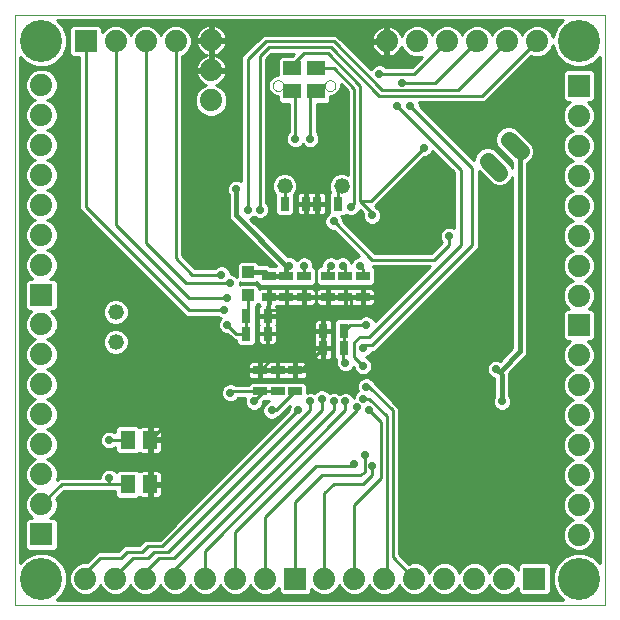
<source format=gbl>
G75*
G70*
%OFA0B0*%
%FSLAX24Y24*%
%IPPOS*%
%LPD*%
%AMOC8*
5,1,8,0,0,1.08239X$1,22.5*
%
%ADD10C,0.0000*%
%ADD11C,0.0740*%
%ADD12C,0.0520*%
%ADD13R,0.0315X0.0472*%
%ADD14R,0.0472X0.0315*%
%ADD15R,0.0394X0.0394*%
%ADD16R,0.0630X0.0512*%
%ADD17C,0.0560*%
%ADD18R,0.0740X0.0740*%
%ADD19C,0.1400*%
%ADD20R,0.0512X0.0630*%
%ADD21C,0.0277*%
%ADD22C,0.0160*%
%ADD23C,0.0100*%
D10*
X001774Y000741D02*
X001774Y020426D01*
X021459Y020426D01*
X021459Y000741D01*
X001774Y000741D01*
X010377Y018063D02*
X010379Y018089D01*
X010385Y018115D01*
X010395Y018140D01*
X010408Y018163D01*
X010424Y018183D01*
X010444Y018201D01*
X010466Y018216D01*
X010489Y018228D01*
X010515Y018236D01*
X010541Y018240D01*
X010567Y018240D01*
X010593Y018236D01*
X010619Y018228D01*
X010643Y018216D01*
X010664Y018201D01*
X010684Y018183D01*
X010700Y018163D01*
X010713Y018140D01*
X010723Y018115D01*
X010729Y018089D01*
X010731Y018063D01*
X010729Y018037D01*
X010723Y018011D01*
X010713Y017986D01*
X010700Y017963D01*
X010684Y017943D01*
X010664Y017925D01*
X010642Y017910D01*
X010619Y017898D01*
X010593Y017890D01*
X010567Y017886D01*
X010541Y017886D01*
X010515Y017890D01*
X010489Y017898D01*
X010465Y017910D01*
X010444Y017925D01*
X010424Y017943D01*
X010408Y017963D01*
X010395Y017986D01*
X010385Y018011D01*
X010379Y018037D01*
X010377Y018063D01*
X012109Y018063D02*
X012111Y018089D01*
X012117Y018115D01*
X012127Y018140D01*
X012140Y018163D01*
X012156Y018183D01*
X012176Y018201D01*
X012198Y018216D01*
X012221Y018228D01*
X012247Y018236D01*
X012273Y018240D01*
X012299Y018240D01*
X012325Y018236D01*
X012351Y018228D01*
X012375Y018216D01*
X012396Y018201D01*
X012416Y018183D01*
X012432Y018163D01*
X012445Y018140D01*
X012455Y018115D01*
X012461Y018089D01*
X012463Y018063D01*
X012461Y018037D01*
X012455Y018011D01*
X012445Y017986D01*
X012432Y017963D01*
X012416Y017943D01*
X012396Y017925D01*
X012374Y017910D01*
X012351Y017898D01*
X012325Y017890D01*
X012299Y017886D01*
X012273Y017886D01*
X012247Y017890D01*
X012221Y017898D01*
X012197Y017910D01*
X012176Y017925D01*
X012156Y017943D01*
X012140Y017963D01*
X012127Y017986D01*
X012117Y018011D01*
X012111Y018037D01*
X012109Y018063D01*
D11*
X014176Y019540D03*
X015176Y019540D03*
X016176Y019540D03*
X017176Y019540D03*
X018176Y019540D03*
X019176Y019540D03*
X020573Y017063D03*
X020573Y016063D03*
X020573Y015063D03*
X020573Y014063D03*
X020573Y013063D03*
X020573Y012063D03*
X020573Y011063D03*
X020573Y009091D03*
X020573Y008091D03*
X020573Y007091D03*
X020573Y006091D03*
X020573Y005091D03*
X020573Y004091D03*
X020573Y003091D03*
X018097Y001626D03*
X017097Y001626D03*
X016097Y001626D03*
X015097Y001626D03*
X014097Y001626D03*
X013097Y001626D03*
X012097Y001626D03*
X010124Y001626D03*
X009124Y001626D03*
X008124Y001626D03*
X007124Y001626D03*
X006124Y001626D03*
X005124Y001626D03*
X004124Y001626D03*
X002660Y004103D03*
X002660Y005103D03*
X002660Y006103D03*
X002660Y007103D03*
X002660Y008103D03*
X002660Y009103D03*
X002660Y010103D03*
X002660Y012075D03*
X002660Y013075D03*
X002660Y014075D03*
X002660Y015075D03*
X002660Y016075D03*
X002660Y017075D03*
X002660Y018075D03*
X005136Y019540D03*
X006136Y019540D03*
X007136Y019540D03*
X008319Y019571D03*
X008319Y018571D03*
X008319Y017571D03*
D12*
X010765Y014717D03*
X012665Y014717D03*
X005140Y010516D03*
X005140Y009516D03*
D13*
X009491Y009796D03*
X009491Y010386D03*
X010199Y010386D03*
X010199Y009796D03*
X012050Y009894D03*
X012050Y009304D03*
X012758Y009304D03*
X012758Y009894D03*
X012561Y014126D03*
X011853Y014126D03*
X011479Y014126D03*
X010770Y014126D03*
D14*
X010829Y011725D03*
X010239Y011725D03*
X010239Y011016D03*
X010829Y011016D03*
X011420Y011016D03*
X011420Y011725D03*
X012207Y011725D03*
X012798Y011725D03*
X013388Y011725D03*
X013388Y011016D03*
X012798Y011016D03*
X012207Y011016D03*
X011124Y008575D03*
X010534Y008575D03*
X009943Y008575D03*
X009943Y007867D03*
X010534Y007867D03*
X011124Y007867D03*
D15*
X009550Y011075D03*
X009550Y011863D03*
D16*
X011026Y017886D03*
X011813Y017886D03*
X011813Y018634D03*
X011026Y018634D03*
D17*
X017532Y015557D02*
X017928Y015161D01*
X018635Y015869D02*
X018239Y016265D01*
D18*
X020573Y018063D03*
X020573Y010091D03*
X019097Y001626D03*
X011124Y001626D03*
X002660Y003103D03*
X002660Y011075D03*
X004136Y019540D03*
D19*
X002660Y019540D03*
X020573Y019540D03*
X020573Y001626D03*
X002660Y001626D03*
D20*
X005534Y004776D03*
X006282Y004776D03*
X006282Y006252D03*
X005534Y006252D03*
D21*
X004924Y006252D03*
X004924Y004973D03*
X006892Y003792D03*
X010337Y007237D03*
X009746Y007532D03*
X008959Y007827D03*
X009451Y008615D03*
X008861Y010091D03*
X008762Y010583D03*
X008861Y010977D03*
X008959Y011469D03*
X008664Y011764D03*
X007975Y012748D03*
X009550Y013930D03*
X009943Y013930D03*
X009156Y014619D03*
X010534Y015800D03*
X011124Y016292D03*
X011617Y016292D03*
X012994Y014028D03*
X013683Y013733D03*
X014471Y013634D03*
X013782Y012748D03*
X013290Y012059D03*
X012699Y012059D03*
X012306Y012059D03*
X011813Y012059D03*
X011420Y012059D03*
X010928Y012059D03*
X012404Y013536D03*
X015406Y015996D03*
X016193Y015258D03*
X017128Y016046D03*
X019097Y017522D03*
X017424Y014323D03*
X016243Y013044D03*
X012994Y010485D03*
X013487Y010091D03*
X013388Y009304D03*
X013388Y008713D03*
X012798Y008811D03*
X013487Y008024D03*
X013388Y007630D03*
X013191Y007335D03*
X012798Y007532D03*
X012404Y007532D03*
X012010Y007630D03*
X011617Y007532D03*
X011223Y007237D03*
X013093Y005465D03*
X013437Y005760D03*
X013683Y005367D03*
X015061Y006646D03*
X013585Y007237D03*
X017817Y008615D03*
X018014Y007532D03*
X010632Y010583D03*
X014520Y017374D03*
X014963Y017374D03*
X014668Y018162D03*
X013930Y018457D03*
X003496Y018556D03*
D22*
X009156Y014619D02*
X009156Y013733D01*
X010829Y012059D01*
X010928Y012059D01*
X010829Y011961D01*
X010829Y011725D01*
X010239Y011725D01*
X010101Y011863D01*
X009550Y011863D01*
X017817Y008615D02*
X017965Y008467D01*
X018014Y008418D02*
X018014Y007532D01*
X017965Y008565D02*
X018605Y009205D01*
X018605Y015849D01*
X018437Y016067D01*
D23*
X018154Y015713D02*
X018013Y015713D01*
X018056Y015811D02*
X017914Y015811D01*
X017957Y015910D02*
X017816Y015910D01*
X017786Y015939D02*
X017621Y016007D01*
X017442Y016007D01*
X017277Y015939D01*
X017150Y015812D01*
X017082Y015647D01*
X017082Y015567D01*
X015272Y017377D01*
X015272Y017436D01*
X015246Y017499D01*
X017446Y017499D01*
X018982Y019035D01*
X019068Y019000D01*
X019283Y019000D01*
X019481Y019082D01*
X019633Y019234D01*
X019703Y019403D01*
X019703Y019367D01*
X019836Y019047D01*
X020080Y018802D01*
X020400Y018670D01*
X020746Y018670D01*
X021066Y018802D01*
X021289Y019025D01*
X021289Y002141D01*
X021066Y002364D01*
X020746Y002496D01*
X020400Y002496D01*
X020080Y002364D01*
X019836Y002119D01*
X019703Y001799D01*
X019703Y001453D01*
X019836Y001134D01*
X020059Y000911D01*
X003174Y000911D01*
X003397Y001134D01*
X003530Y001453D01*
X003530Y001799D01*
X003397Y002119D01*
X003153Y002364D01*
X002833Y002496D01*
X002487Y002496D01*
X002167Y002364D01*
X001944Y002141D01*
X001944Y019025D01*
X002167Y018802D01*
X002487Y018670D01*
X002833Y018670D01*
X003153Y018802D01*
X003397Y019047D01*
X003530Y019367D01*
X003530Y019713D01*
X003397Y020033D01*
X003174Y020256D01*
X020059Y020256D01*
X019836Y020033D01*
X019703Y019713D01*
X019703Y019677D01*
X019633Y019846D01*
X019481Y019998D01*
X019283Y020080D01*
X019068Y020080D01*
X018870Y019998D01*
X018718Y019846D01*
X018676Y019744D01*
X018633Y019846D01*
X018481Y019998D01*
X018283Y020080D01*
X018068Y020080D01*
X017870Y019998D01*
X017718Y019846D01*
X017676Y019744D01*
X017633Y019846D01*
X017481Y019998D01*
X017283Y020080D01*
X017068Y020080D01*
X016870Y019998D01*
X016718Y019846D01*
X016676Y019744D01*
X016633Y019846D01*
X016481Y019998D01*
X016283Y020080D01*
X016068Y020080D01*
X015870Y019998D01*
X015718Y019846D01*
X015676Y019744D01*
X015633Y019846D01*
X015481Y019998D01*
X015283Y020080D01*
X015068Y020080D01*
X014870Y019998D01*
X014718Y019846D01*
X014665Y019717D01*
X014657Y019739D01*
X014620Y019812D01*
X014572Y019879D01*
X014514Y019936D01*
X014448Y019985D01*
X014375Y020022D01*
X014297Y020047D01*
X014226Y020058D01*
X014226Y019590D01*
X014126Y019590D01*
X014126Y020058D01*
X014054Y020047D01*
X013976Y020022D01*
X013903Y019985D01*
X013837Y019936D01*
X013779Y019879D01*
X013731Y019812D01*
X013694Y019739D01*
X013668Y019662D01*
X013657Y019590D01*
X014126Y019590D01*
X014126Y019490D01*
X014226Y019490D01*
X014226Y019021D01*
X014297Y019033D01*
X014375Y019058D01*
X014448Y019095D01*
X014514Y019143D01*
X014572Y019201D01*
X014620Y019267D01*
X014657Y019340D01*
X014665Y019362D01*
X014718Y019234D01*
X014870Y019082D01*
X015068Y019000D01*
X015283Y019000D01*
X015354Y019029D01*
X015002Y018677D01*
X014146Y018677D01*
X014104Y018719D01*
X013991Y018766D01*
X013868Y018766D01*
X013755Y018719D01*
X013668Y018632D01*
X013655Y018600D01*
X012495Y019760D01*
X010049Y019760D01*
X009920Y019631D01*
X009330Y019040D01*
X009330Y014881D01*
X009217Y014927D01*
X009094Y014927D01*
X008981Y014880D01*
X008894Y014793D01*
X008847Y014680D01*
X008847Y014557D01*
X008894Y014444D01*
X008906Y014432D01*
X008906Y013683D01*
X008944Y013591D01*
X010483Y012052D01*
X010265Y012052D01*
X010242Y012075D01*
X010151Y012113D01*
X009916Y012113D01*
X009916Y012130D01*
X009817Y012229D01*
X009282Y012229D01*
X009183Y012130D01*
X009183Y011682D01*
X009134Y011731D01*
X009020Y011778D01*
X008973Y011778D01*
X008973Y011826D01*
X008926Y011939D01*
X008839Y012026D01*
X008725Y012073D01*
X008602Y012073D01*
X008489Y012026D01*
X008447Y011984D01*
X007771Y011984D01*
X007356Y012399D01*
X007356Y019046D01*
X007442Y019082D01*
X007594Y019234D01*
X007676Y019432D01*
X007676Y019647D01*
X007594Y019846D01*
X007442Y019998D01*
X007244Y020080D01*
X007029Y020080D01*
X006830Y019998D01*
X006678Y019846D01*
X006636Y019744D01*
X006594Y019846D01*
X006442Y019998D01*
X006244Y020080D01*
X006029Y020080D01*
X005830Y019998D01*
X005678Y019846D01*
X005636Y019744D01*
X005594Y019846D01*
X005442Y019998D01*
X005244Y020080D01*
X005029Y020080D01*
X004830Y019998D01*
X004678Y019846D01*
X004676Y019840D01*
X004676Y019980D01*
X004577Y020080D01*
X003696Y020080D01*
X003596Y019980D01*
X003596Y019099D01*
X003696Y019000D01*
X003916Y019000D01*
X003916Y013937D01*
X007361Y010492D01*
X005570Y010492D01*
X005570Y010431D02*
X005505Y010273D01*
X005384Y010152D01*
X005226Y010086D01*
X005055Y010086D01*
X004897Y010152D01*
X004776Y010273D01*
X004710Y010431D01*
X004710Y010602D01*
X004776Y010760D01*
X004897Y010881D01*
X005055Y010946D01*
X005226Y010946D01*
X005384Y010881D01*
X005505Y010760D01*
X005570Y010602D01*
X005570Y010431D01*
X005555Y010394D02*
X007459Y010394D01*
X007490Y010363D02*
X008546Y010363D01*
X008587Y010321D01*
X008635Y010302D01*
X008599Y010266D01*
X008552Y010152D01*
X008552Y010030D01*
X008599Y009916D01*
X008686Y009829D01*
X008799Y009782D01*
X008858Y009782D01*
X008936Y009705D01*
X009065Y009576D01*
X009163Y009576D01*
X009163Y009489D01*
X009263Y009389D01*
X009718Y009389D01*
X009818Y009489D01*
X009818Y010693D01*
X009803Y010708D01*
X009817Y010708D01*
X009880Y010771D01*
X009882Y010767D01*
X009910Y010739D01*
X009933Y010726D01*
X009922Y010715D01*
X009902Y010680D01*
X009892Y010642D01*
X009892Y010415D01*
X010170Y010415D01*
X010170Y010357D01*
X010228Y010357D01*
X010228Y010000D01*
X010228Y009824D01*
X010507Y009824D01*
X010507Y010052D01*
X010496Y010090D01*
X010496Y010091D01*
X010496Y010092D01*
X010507Y010130D01*
X010507Y010357D01*
X010228Y010357D01*
X010228Y010415D01*
X010507Y010415D01*
X010507Y010642D01*
X010496Y010680D01*
X010480Y010709D01*
X010495Y010709D01*
X010533Y010719D01*
X010534Y010720D01*
X010535Y010719D01*
X010573Y010709D01*
X010800Y010709D01*
X010800Y010987D01*
X010267Y010987D01*
X010267Y010772D01*
X010228Y010772D01*
X010228Y010415D01*
X010170Y010415D01*
X010170Y010709D01*
X010210Y010709D01*
X010210Y010987D01*
X010267Y010987D01*
X010267Y011045D01*
X010210Y011045D01*
X010210Y011324D01*
X009983Y011324D01*
X009944Y011313D01*
X009916Y011297D01*
X009916Y011342D01*
X009817Y011442D01*
X009282Y011442D01*
X009268Y011428D01*
X009268Y011510D01*
X009282Y011496D01*
X009817Y011496D01*
X009832Y011511D01*
X009832Y011497D01*
X009932Y011397D01*
X011726Y011397D01*
X011813Y011484D01*
X011900Y011397D01*
X013695Y011397D01*
X013794Y011497D01*
X013794Y011953D01*
X013711Y012036D01*
X015613Y012036D01*
X013776Y010199D01*
X013748Y010266D01*
X013662Y010353D01*
X013548Y010400D01*
X013425Y010400D01*
X013312Y010353D01*
X013270Y010311D01*
X012864Y010311D01*
X012853Y010300D01*
X012530Y010300D01*
X012431Y010201D01*
X012431Y008997D01*
X012479Y008948D01*
X012479Y008819D01*
X012489Y008809D01*
X012489Y008750D01*
X012536Y008637D01*
X012623Y008550D01*
X012736Y008503D01*
X012859Y008503D01*
X012973Y008550D01*
X013059Y008637D01*
X013079Y008685D01*
X013079Y008652D01*
X013126Y008538D01*
X013213Y008451D01*
X013327Y008404D01*
X013450Y008404D01*
X013563Y008451D01*
X013650Y008538D01*
X013697Y008652D01*
X013697Y008774D01*
X013650Y008888D01*
X013563Y008975D01*
X013482Y009008D01*
X013563Y009042D01*
X013650Y009129D01*
X013672Y009182D01*
X013775Y009182D01*
X017121Y012528D01*
X017250Y012657D01*
X017250Y015203D01*
X017673Y014780D01*
X017838Y014711D01*
X018017Y014711D01*
X018182Y014780D01*
X018309Y014907D01*
X018355Y015017D01*
X018355Y009309D01*
X017943Y008897D01*
X017879Y008923D01*
X017756Y008923D01*
X017642Y008876D01*
X017556Y008789D01*
X017509Y008676D01*
X017509Y008553D01*
X017556Y008440D01*
X017642Y008353D01*
X017756Y008306D01*
X017764Y008306D01*
X017764Y007719D01*
X017752Y007707D01*
X017705Y007593D01*
X017705Y007470D01*
X017752Y007357D01*
X017839Y007270D01*
X017953Y007223D01*
X018076Y007223D01*
X018189Y007270D01*
X018276Y007357D01*
X018323Y007470D01*
X018323Y007593D01*
X018276Y007707D01*
X018264Y007719D01*
X018264Y008467D01*
X018251Y008498D01*
X018817Y009064D01*
X018855Y009155D01*
X018855Y015473D01*
X018890Y015487D01*
X019016Y015614D01*
X020259Y015614D01*
X020267Y015606D02*
X020369Y015563D01*
X020267Y015521D01*
X020115Y015369D01*
X020033Y015171D01*
X020033Y014956D01*
X020115Y014758D01*
X020267Y014606D01*
X020369Y014563D01*
X020267Y014521D01*
X020115Y014369D01*
X020033Y014171D01*
X020033Y013956D01*
X020115Y013758D01*
X020267Y013606D01*
X020369Y013563D01*
X020267Y013521D01*
X020115Y013369D01*
X020033Y013171D01*
X020033Y012956D01*
X020115Y012758D01*
X018855Y012758D01*
X018855Y012856D02*
X020075Y012856D01*
X020115Y012758D02*
X020267Y012606D01*
X020369Y012563D01*
X020267Y012521D01*
X020115Y012369D01*
X020033Y012171D01*
X020033Y011956D01*
X020115Y011758D01*
X020267Y011606D01*
X020369Y011563D01*
X020267Y011521D01*
X020115Y011369D01*
X020033Y011171D01*
X020033Y010956D01*
X020115Y010758D01*
X020242Y010631D01*
X020133Y010631D01*
X020033Y010531D01*
X020033Y009651D01*
X020133Y009551D01*
X020273Y009551D01*
X020267Y009549D01*
X020115Y009397D01*
X020033Y009198D01*
X020033Y008984D01*
X020115Y008785D01*
X020267Y008633D01*
X020369Y008591D01*
X020267Y008549D01*
X020115Y008397D01*
X020033Y008198D01*
X020033Y007984D01*
X020115Y007785D01*
X020267Y007633D01*
X020369Y007591D01*
X020267Y007549D01*
X020115Y007397D01*
X020033Y007198D01*
X020033Y006984D01*
X020115Y006785D01*
X020267Y006633D01*
X020369Y006591D01*
X020267Y006549D01*
X020115Y006397D01*
X020033Y006198D01*
X020033Y005984D01*
X020115Y005785D01*
X020267Y005633D01*
X020369Y005591D01*
X020267Y005549D01*
X020115Y005397D01*
X020033Y005198D01*
X020033Y004984D01*
X020115Y004785D01*
X020267Y004633D01*
X020369Y004591D01*
X020267Y004549D01*
X020115Y004397D01*
X020033Y004198D01*
X020033Y003984D01*
X020115Y003785D01*
X020267Y003633D01*
X020369Y003591D01*
X020267Y003549D01*
X020115Y003397D01*
X020033Y003198D01*
X020033Y002984D01*
X020115Y002785D01*
X020267Y002633D01*
X020466Y002551D01*
X020681Y002551D01*
X020879Y002633D01*
X021031Y002785D01*
X021113Y002984D01*
X021113Y003198D01*
X021031Y003397D01*
X020879Y003549D01*
X020777Y003591D01*
X020879Y003633D01*
X021031Y003785D01*
X021113Y003984D01*
X021113Y004198D01*
X021031Y004397D01*
X020879Y004549D01*
X020777Y004591D01*
X020879Y004633D01*
X021031Y004785D01*
X021113Y004984D01*
X021113Y005198D01*
X021031Y005397D01*
X020879Y005549D01*
X020777Y005591D01*
X020879Y005633D01*
X021031Y005785D01*
X021113Y005984D01*
X021113Y006198D01*
X021031Y006397D01*
X020879Y006549D01*
X020777Y006591D01*
X020879Y006633D01*
X021031Y006785D01*
X021113Y006984D01*
X021113Y007198D01*
X021031Y007397D01*
X020879Y007549D01*
X020777Y007591D01*
X020879Y007633D01*
X021031Y007785D01*
X021113Y007984D01*
X021113Y008198D01*
X021031Y008397D01*
X020879Y008549D01*
X020777Y008591D01*
X020879Y008633D01*
X021031Y008785D01*
X021113Y008984D01*
X021113Y009198D01*
X021031Y009397D01*
X020879Y009549D01*
X020874Y009551D01*
X021014Y009551D01*
X021113Y009651D01*
X021113Y010531D01*
X021014Y010631D01*
X020904Y010631D01*
X021031Y010758D01*
X021113Y010956D01*
X021113Y011171D01*
X021031Y011369D01*
X020879Y011521D01*
X020777Y011563D01*
X020879Y011606D01*
X021031Y011758D01*
X021113Y011956D01*
X021113Y012171D01*
X021031Y012369D01*
X020879Y012521D01*
X020777Y012563D01*
X020879Y012606D01*
X021031Y012758D01*
X021289Y012758D01*
X021289Y012856D02*
X021072Y012856D01*
X021113Y012955D02*
X021289Y012955D01*
X021289Y013053D02*
X021113Y013053D01*
X021113Y012956D02*
X021113Y013171D01*
X021031Y013369D01*
X020879Y013521D01*
X020777Y013563D01*
X020879Y013606D01*
X021031Y013758D01*
X021113Y013956D01*
X021113Y014171D01*
X021031Y014369D01*
X020879Y014521D01*
X020777Y014563D01*
X020879Y014606D01*
X021031Y014758D01*
X021113Y014956D01*
X021113Y015171D01*
X021031Y015369D01*
X020879Y015521D01*
X020777Y015563D01*
X020879Y015606D01*
X021031Y015758D01*
X021113Y015956D01*
X021113Y016171D01*
X021031Y016369D01*
X020879Y016521D01*
X020777Y016563D01*
X020879Y016606D01*
X021031Y016758D01*
X021113Y016956D01*
X021113Y017171D01*
X021031Y017369D01*
X020879Y017521D01*
X020874Y017523D01*
X021014Y017523D01*
X021113Y017623D01*
X021113Y018504D01*
X021014Y018603D01*
X020133Y018603D01*
X020033Y018504D01*
X020033Y017623D01*
X020133Y017523D01*
X020273Y017523D01*
X020267Y017521D01*
X020115Y017369D01*
X020033Y017171D01*
X020033Y016956D01*
X020115Y016758D01*
X020267Y016606D01*
X020369Y016563D01*
X020267Y016521D01*
X020115Y016369D01*
X020033Y016171D01*
X020033Y015956D01*
X020115Y015758D01*
X020267Y015606D01*
X020262Y015516D02*
X018918Y015516D01*
X018855Y015417D02*
X020163Y015417D01*
X020094Y015319D02*
X018855Y015319D01*
X018855Y015220D02*
X020054Y015220D01*
X020033Y015122D02*
X018855Y015122D01*
X018855Y015023D02*
X020033Y015023D01*
X020046Y014925D02*
X018855Y014925D01*
X018855Y014826D02*
X020087Y014826D01*
X020145Y014728D02*
X018855Y014728D01*
X018855Y014629D02*
X020244Y014629D01*
X020290Y014531D02*
X018855Y014531D01*
X018855Y014432D02*
X020178Y014432D01*
X020101Y014334D02*
X018855Y014334D01*
X018855Y014235D02*
X020060Y014235D01*
X020033Y014137D02*
X018855Y014137D01*
X018855Y014038D02*
X020033Y014038D01*
X020040Y013940D02*
X018855Y013940D01*
X018855Y013841D02*
X020081Y013841D01*
X020130Y013743D02*
X018855Y013743D01*
X018855Y013644D02*
X020229Y013644D01*
X020326Y013546D02*
X018855Y013546D01*
X018855Y013447D02*
X020193Y013447D01*
X020107Y013349D02*
X018855Y013349D01*
X018855Y013250D02*
X020066Y013250D01*
X020033Y013152D02*
X018855Y013152D01*
X018855Y013053D02*
X020033Y013053D01*
X020034Y012955D02*
X018855Y012955D01*
X018855Y012659D02*
X020214Y012659D01*
X020362Y012561D02*
X018855Y012561D01*
X018855Y012462D02*
X020208Y012462D01*
X020113Y012364D02*
X018855Y012364D01*
X018855Y012265D02*
X020072Y012265D01*
X020033Y012167D02*
X018855Y012167D01*
X018855Y012068D02*
X020033Y012068D01*
X020033Y011970D02*
X018855Y011970D01*
X018855Y011871D02*
X020068Y011871D01*
X020109Y011773D02*
X018855Y011773D01*
X018855Y011674D02*
X020199Y011674D01*
X020340Y011576D02*
X018855Y011576D01*
X018855Y011477D02*
X020223Y011477D01*
X020125Y011379D02*
X018855Y011379D01*
X018855Y011280D02*
X020078Y011280D01*
X020038Y011182D02*
X018855Y011182D01*
X018855Y011083D02*
X020033Y011083D01*
X020033Y010985D02*
X018855Y010985D01*
X018855Y010886D02*
X020062Y010886D01*
X020103Y010788D02*
X018855Y010788D01*
X018855Y010689D02*
X020184Y010689D01*
X020092Y010591D02*
X018855Y010591D01*
X018855Y010492D02*
X020033Y010492D01*
X020033Y010394D02*
X018855Y010394D01*
X018855Y010295D02*
X020033Y010295D01*
X020033Y010197D02*
X018855Y010197D01*
X018855Y010098D02*
X020033Y010098D01*
X020033Y010000D02*
X018855Y010000D01*
X018855Y009901D02*
X020033Y009901D01*
X020033Y009803D02*
X018855Y009803D01*
X018855Y009704D02*
X020033Y009704D01*
X020078Y009606D02*
X018855Y009606D01*
X018855Y009507D02*
X020226Y009507D01*
X020127Y009409D02*
X018855Y009409D01*
X018855Y009310D02*
X020080Y009310D01*
X020039Y009212D02*
X018855Y009212D01*
X018837Y009113D02*
X020033Y009113D01*
X020033Y009015D02*
X018768Y009015D01*
X018669Y008916D02*
X020061Y008916D01*
X020102Y008818D02*
X018571Y008818D01*
X018472Y008719D02*
X020181Y008719D01*
X020298Y008621D02*
X018374Y008621D01*
X018275Y008522D02*
X020241Y008522D01*
X020142Y008424D02*
X018264Y008424D01*
X018264Y008325D02*
X020086Y008325D01*
X020045Y008227D02*
X018264Y008227D01*
X018264Y008128D02*
X020033Y008128D01*
X020033Y008030D02*
X018264Y008030D01*
X018264Y007931D02*
X020055Y007931D01*
X020096Y007833D02*
X018264Y007833D01*
X018264Y007734D02*
X020166Y007734D01*
X020265Y007636D02*
X018305Y007636D01*
X018323Y007537D02*
X020256Y007537D01*
X020157Y007439D02*
X018310Y007439D01*
X018259Y007340D02*
X020092Y007340D01*
X020051Y007242D02*
X018120Y007242D01*
X017908Y007242D02*
X014592Y007242D01*
X014592Y007328D02*
X014464Y007457D01*
X013767Y008153D01*
X013748Y008199D01*
X013662Y008286D01*
X013548Y008333D01*
X013425Y008333D01*
X013312Y008286D01*
X013225Y008199D01*
X013178Y008085D01*
X013178Y007963D01*
X013209Y007888D01*
X013126Y007805D01*
X013079Y007692D01*
X013079Y007658D01*
X013059Y007707D01*
X012973Y007794D01*
X012859Y007841D01*
X012736Y007841D01*
X012623Y007794D01*
X012601Y007772D01*
X012579Y007794D01*
X012465Y007841D01*
X012343Y007841D01*
X012268Y007810D01*
X012185Y007892D01*
X012072Y007939D01*
X011949Y007939D01*
X011835Y007892D01*
X011753Y007810D01*
X011678Y007841D01*
X011555Y007841D01*
X011531Y007830D01*
X011531Y008094D01*
X011431Y008194D01*
X010818Y008194D01*
X010250Y008194D01*
X009637Y008194D01*
X009537Y008094D01*
X009537Y008087D01*
X009136Y008087D01*
X009134Y008089D01*
X009020Y008136D01*
X008898Y008136D01*
X008784Y008089D01*
X008697Y008002D01*
X008650Y007889D01*
X008650Y007766D01*
X008697Y007652D01*
X008784Y007565D01*
X008898Y007518D01*
X009020Y007518D01*
X009134Y007565D01*
X009215Y007647D01*
X009460Y007647D01*
X009438Y007593D01*
X009438Y007470D01*
X009485Y007357D01*
X009572Y007270D01*
X009685Y007223D01*
X009808Y007223D01*
X009921Y007270D01*
X010008Y007357D01*
X010055Y007470D01*
X010055Y007530D01*
X010065Y007539D01*
X010260Y007539D01*
X010162Y007498D01*
X010075Y007412D01*
X010028Y007298D01*
X010028Y007175D01*
X010075Y007062D01*
X010162Y006975D01*
X010276Y006928D01*
X010398Y006928D01*
X010512Y006975D01*
X010554Y007017D01*
X010586Y007017D01*
X010714Y007145D01*
X010947Y007378D01*
X010914Y007298D01*
X010914Y007239D01*
X006604Y002929D01*
X006112Y002929D01*
X005915Y002732D01*
X005423Y002732D01*
X005226Y002535D01*
X004537Y002535D01*
X004168Y002166D01*
X004017Y002166D01*
X003819Y002084D01*
X003667Y001932D01*
X003584Y001734D01*
X003584Y001519D01*
X003667Y001320D01*
X003819Y001169D01*
X004017Y001086D01*
X004232Y001086D01*
X004430Y001169D01*
X004582Y001320D01*
X004624Y001422D01*
X004667Y001320D01*
X004819Y001169D01*
X005017Y001086D01*
X005232Y001086D01*
X005430Y001169D01*
X005582Y001320D01*
X005624Y001422D01*
X005667Y001320D01*
X005819Y001169D01*
X006017Y001086D01*
X006232Y001086D01*
X006430Y001169D01*
X006582Y001320D01*
X006624Y001422D01*
X006667Y001320D01*
X006819Y001169D01*
X007017Y001086D01*
X007232Y001086D01*
X007430Y001169D01*
X007582Y001320D01*
X007624Y001422D01*
X007667Y001320D01*
X007819Y001169D01*
X008017Y001086D01*
X008232Y001086D01*
X008430Y001169D01*
X008582Y001320D01*
X008624Y001422D01*
X008667Y001320D01*
X008819Y001169D01*
X009017Y001086D01*
X009232Y001086D01*
X009430Y001169D01*
X009582Y001320D01*
X009624Y001422D01*
X009667Y001320D01*
X009819Y001169D01*
X010017Y001086D01*
X010232Y001086D01*
X010430Y001169D01*
X010582Y001320D01*
X010584Y001326D01*
X010584Y001186D01*
X010684Y001086D01*
X011565Y001086D01*
X011664Y001186D01*
X011664Y001295D01*
X011791Y001169D01*
X011989Y001086D01*
X012204Y001086D01*
X012403Y001169D01*
X012555Y001320D01*
X012597Y001422D01*
X012639Y001320D01*
X012791Y001169D01*
X012989Y001086D01*
X013204Y001086D01*
X013403Y001169D01*
X013555Y001320D01*
X013597Y001422D01*
X013639Y001320D01*
X013791Y001169D01*
X013989Y001086D01*
X014204Y001086D01*
X014403Y001169D01*
X014555Y001320D01*
X014597Y001422D01*
X014639Y001320D01*
X014791Y001169D01*
X014989Y001086D01*
X015204Y001086D01*
X015403Y001169D01*
X015555Y001320D01*
X015597Y001422D01*
X015639Y001320D01*
X015791Y001169D01*
X015989Y001086D01*
X016204Y001086D01*
X016403Y001169D01*
X016555Y001320D01*
X016597Y001422D01*
X016639Y001320D01*
X016791Y001169D01*
X016989Y001086D01*
X017204Y001086D01*
X017403Y001169D01*
X017555Y001320D01*
X017597Y001422D01*
X017639Y001320D01*
X017791Y001169D01*
X017989Y001086D01*
X018204Y001086D01*
X018403Y001169D01*
X018555Y001320D01*
X018557Y001326D01*
X018557Y001186D01*
X018656Y001086D01*
X019537Y001086D01*
X019637Y001186D01*
X019637Y002067D01*
X019537Y002166D01*
X018656Y002166D01*
X018557Y002067D01*
X018557Y001927D01*
X018555Y001932D01*
X018403Y002084D01*
X018204Y002166D01*
X017989Y002166D01*
X017791Y002084D01*
X017639Y001932D01*
X017597Y001830D01*
X017555Y001932D01*
X017403Y002084D01*
X017204Y002166D01*
X016989Y002166D01*
X016791Y002084D01*
X016639Y001932D01*
X016597Y001830D01*
X016555Y001932D01*
X016403Y002084D01*
X016204Y002166D01*
X015989Y002166D01*
X015791Y002084D01*
X015639Y001932D01*
X015597Y001830D01*
X015555Y001932D01*
X015403Y002084D01*
X015204Y002166D01*
X014989Y002166D01*
X014904Y002131D01*
X014592Y002442D01*
X014592Y007328D01*
X014580Y007340D02*
X017769Y007340D01*
X017719Y007439D02*
X014482Y007439D01*
X014383Y007537D02*
X017705Y007537D01*
X017723Y007636D02*
X014285Y007636D01*
X014186Y007734D02*
X017764Y007734D01*
X017764Y007833D02*
X014088Y007833D01*
X013989Y007931D02*
X017764Y007931D01*
X017764Y008030D02*
X013891Y008030D01*
X013792Y008128D02*
X017764Y008128D01*
X017764Y008227D02*
X013721Y008227D01*
X013567Y008325D02*
X017709Y008325D01*
X017572Y008424D02*
X013496Y008424D01*
X013407Y008325D02*
X011480Y008325D01*
X011481Y008326D02*
X011500Y008360D01*
X011511Y008398D01*
X011511Y008546D01*
X011153Y008546D01*
X011153Y008268D01*
X011380Y008268D01*
X011419Y008278D01*
X011453Y008298D01*
X011481Y008326D01*
X011511Y008424D02*
X013280Y008424D01*
X013142Y008522D02*
X012906Y008522D01*
X013043Y008621D02*
X013092Y008621D01*
X013388Y008713D02*
X013093Y009008D01*
X013093Y009500D01*
X013290Y009697D01*
X013585Y009697D01*
X016636Y012748D01*
X016636Y015258D01*
X014520Y017374D01*
X014963Y017374D02*
X017030Y015307D01*
X017030Y012748D01*
X013683Y009402D01*
X013487Y009402D01*
X013388Y009304D01*
X013634Y009113D02*
X018159Y009113D01*
X018061Y009015D02*
X013497Y009015D01*
X013622Y008916D02*
X017738Y008916D01*
X017896Y008916D02*
X017962Y008916D01*
X018258Y009212D02*
X013804Y009212D01*
X013903Y009310D02*
X018355Y009310D01*
X018355Y009409D02*
X014001Y009409D01*
X014100Y009507D02*
X018355Y009507D01*
X018355Y009606D02*
X014198Y009606D01*
X014297Y009704D02*
X018355Y009704D01*
X018355Y009803D02*
X014395Y009803D01*
X014494Y009901D02*
X018355Y009901D01*
X018355Y010000D02*
X014592Y010000D01*
X014691Y010098D02*
X018355Y010098D01*
X018355Y010197D02*
X014789Y010197D01*
X014888Y010295D02*
X018355Y010295D01*
X018355Y010394D02*
X014986Y010394D01*
X015085Y010492D02*
X018355Y010492D01*
X018355Y010591D02*
X015183Y010591D01*
X015282Y010689D02*
X018355Y010689D01*
X018355Y010788D02*
X015380Y010788D01*
X015479Y010886D02*
X018355Y010886D01*
X018355Y010985D02*
X015577Y010985D01*
X015676Y011083D02*
X018355Y011083D01*
X018355Y011182D02*
X015774Y011182D01*
X015873Y011280D02*
X018355Y011280D01*
X018355Y011379D02*
X015971Y011379D01*
X016070Y011477D02*
X018355Y011477D01*
X018355Y011576D02*
X016168Y011576D01*
X016267Y011674D02*
X018355Y011674D01*
X018355Y011773D02*
X016365Y011773D01*
X016464Y011871D02*
X018355Y011871D01*
X018355Y011970D02*
X016562Y011970D01*
X016661Y012068D02*
X018355Y012068D01*
X018355Y012167D02*
X016759Y012167D01*
X016858Y012265D02*
X018355Y012265D01*
X018355Y012364D02*
X016956Y012364D01*
X017055Y012462D02*
X018355Y012462D01*
X018355Y012561D02*
X017153Y012561D01*
X017250Y012659D02*
X018355Y012659D01*
X018355Y012758D02*
X017250Y012758D01*
X017250Y012856D02*
X018355Y012856D01*
X018355Y012955D02*
X017250Y012955D01*
X017250Y013053D02*
X018355Y013053D01*
X018355Y013152D02*
X017250Y013152D01*
X017250Y013250D02*
X018355Y013250D01*
X018355Y013349D02*
X017250Y013349D01*
X017250Y013447D02*
X018355Y013447D01*
X018355Y013546D02*
X017250Y013546D01*
X017250Y013644D02*
X018355Y013644D01*
X018355Y013743D02*
X017250Y013743D01*
X017250Y013841D02*
X018355Y013841D01*
X018355Y013940D02*
X017250Y013940D01*
X017250Y014038D02*
X018355Y014038D01*
X018355Y014137D02*
X017250Y014137D01*
X017250Y014235D02*
X018355Y014235D01*
X018355Y014334D02*
X017250Y014334D01*
X017250Y014432D02*
X018355Y014432D01*
X018355Y014531D02*
X017250Y014531D01*
X017250Y014629D02*
X018355Y014629D01*
X018355Y014728D02*
X018056Y014728D01*
X018229Y014826D02*
X018355Y014826D01*
X018355Y014925D02*
X018316Y014925D01*
X018355Y015306D02*
X018309Y015416D01*
X017786Y015939D01*
X017857Y016010D02*
X018355Y015512D01*
X018355Y015306D01*
X018355Y015319D02*
X018349Y015319D01*
X018355Y015417D02*
X018308Y015417D01*
X018351Y015516D02*
X018210Y015516D01*
X018253Y015614D02*
X018111Y015614D01*
X017859Y016008D02*
X016640Y016008D01*
X016542Y016107D02*
X017817Y016107D01*
X017789Y016175D02*
X017857Y016010D01*
X017789Y016175D02*
X017789Y016354D01*
X017857Y016519D01*
X017984Y016646D01*
X018149Y016715D01*
X018328Y016715D01*
X018494Y016646D01*
X019016Y016123D01*
X019085Y015958D01*
X019085Y015779D01*
X019016Y015614D01*
X019057Y015713D02*
X020160Y015713D01*
X020093Y015811D02*
X019085Y015811D01*
X019085Y015910D02*
X020052Y015910D01*
X020033Y016008D02*
X019064Y016008D01*
X019023Y016107D02*
X020033Y016107D01*
X020047Y016205D02*
X018934Y016205D01*
X018836Y016304D02*
X020088Y016304D01*
X020148Y016402D02*
X018737Y016402D01*
X018639Y016501D02*
X020247Y016501D01*
X020283Y016599D02*
X018540Y016599D01*
X018369Y016698D02*
X020175Y016698D01*
X020099Y016796D02*
X015852Y016796D01*
X015754Y016895D02*
X020059Y016895D01*
X020033Y016993D02*
X015655Y016993D01*
X015557Y017092D02*
X020033Y017092D01*
X020041Y017190D02*
X015458Y017190D01*
X015360Y017289D02*
X020082Y017289D01*
X020133Y017387D02*
X015272Y017387D01*
X015251Y017486D02*
X020232Y017486D01*
X020072Y017584D02*
X017531Y017584D01*
X017630Y017683D02*
X020033Y017683D01*
X020033Y017781D02*
X017728Y017781D01*
X017827Y017880D02*
X020033Y017880D01*
X020033Y017978D02*
X017925Y017978D01*
X018024Y018077D02*
X020033Y018077D01*
X020033Y018175D02*
X018122Y018175D01*
X018221Y018274D02*
X020033Y018274D01*
X020033Y018372D02*
X018319Y018372D01*
X018418Y018471D02*
X020033Y018471D01*
X020099Y018569D02*
X018516Y018569D01*
X018615Y018668D02*
X021289Y018668D01*
X021289Y018766D02*
X020979Y018766D01*
X021128Y018865D02*
X021289Y018865D01*
X021289Y018963D02*
X021227Y018963D01*
X021289Y018569D02*
X021048Y018569D01*
X021113Y018471D02*
X021289Y018471D01*
X021289Y018372D02*
X021113Y018372D01*
X021113Y018274D02*
X021289Y018274D01*
X021289Y018175D02*
X021113Y018175D01*
X021113Y018077D02*
X021289Y018077D01*
X021289Y017978D02*
X021113Y017978D01*
X021113Y017880D02*
X021289Y017880D01*
X021289Y017781D02*
X021113Y017781D01*
X021113Y017683D02*
X021289Y017683D01*
X021289Y017584D02*
X021074Y017584D01*
X020915Y017486D02*
X021289Y017486D01*
X021289Y017387D02*
X021013Y017387D01*
X021064Y017289D02*
X021289Y017289D01*
X021289Y017190D02*
X021105Y017190D01*
X021113Y017092D02*
X021289Y017092D01*
X021289Y016993D02*
X021113Y016993D01*
X021088Y016895D02*
X021289Y016895D01*
X021289Y016796D02*
X021047Y016796D01*
X020971Y016698D02*
X021289Y016698D01*
X021289Y016599D02*
X020863Y016599D01*
X020900Y016501D02*
X021289Y016501D01*
X021289Y016402D02*
X020998Y016402D01*
X021058Y016304D02*
X021289Y016304D01*
X021289Y016205D02*
X021099Y016205D01*
X021113Y016107D02*
X021289Y016107D01*
X021289Y016008D02*
X021113Y016008D01*
X021094Y015910D02*
X021289Y015910D01*
X021289Y015811D02*
X021053Y015811D01*
X020986Y015713D02*
X021289Y015713D01*
X021289Y015614D02*
X020888Y015614D01*
X020885Y015516D02*
X021289Y015516D01*
X021289Y015417D02*
X020983Y015417D01*
X021052Y015319D02*
X021289Y015319D01*
X021289Y015220D02*
X021093Y015220D01*
X021113Y015122D02*
X021289Y015122D01*
X021289Y015023D02*
X021113Y015023D01*
X021100Y014925D02*
X021289Y014925D01*
X021289Y014826D02*
X021059Y014826D01*
X021001Y014728D02*
X021289Y014728D01*
X021289Y014629D02*
X020903Y014629D01*
X020856Y014531D02*
X021289Y014531D01*
X021289Y014432D02*
X020968Y014432D01*
X021046Y014334D02*
X021289Y014334D01*
X021289Y014235D02*
X021087Y014235D01*
X021113Y014137D02*
X021289Y014137D01*
X021289Y014038D02*
X021113Y014038D01*
X021106Y013940D02*
X021289Y013940D01*
X021289Y013841D02*
X021066Y013841D01*
X021016Y013743D02*
X021289Y013743D01*
X021289Y013644D02*
X020918Y013644D01*
X020820Y013546D02*
X021289Y013546D01*
X021289Y013447D02*
X020953Y013447D01*
X021040Y013349D02*
X021289Y013349D01*
X021289Y013250D02*
X021080Y013250D01*
X021113Y013152D02*
X021289Y013152D01*
X021113Y012956D02*
X021031Y012758D01*
X020933Y012659D02*
X021289Y012659D01*
X021289Y012561D02*
X020784Y012561D01*
X020938Y012462D02*
X021289Y012462D01*
X021289Y012364D02*
X021033Y012364D01*
X021074Y012265D02*
X021289Y012265D01*
X021289Y012167D02*
X021113Y012167D01*
X021113Y012068D02*
X021289Y012068D01*
X021289Y011970D02*
X021113Y011970D01*
X021078Y011871D02*
X021289Y011871D01*
X021289Y011773D02*
X021037Y011773D01*
X020948Y011674D02*
X021289Y011674D01*
X021289Y011576D02*
X020807Y011576D01*
X020923Y011477D02*
X021289Y011477D01*
X021289Y011379D02*
X021022Y011379D01*
X021068Y011280D02*
X021289Y011280D01*
X021289Y011182D02*
X021109Y011182D01*
X021113Y011083D02*
X021289Y011083D01*
X021289Y010985D02*
X021113Y010985D01*
X021084Y010886D02*
X021289Y010886D01*
X021289Y010788D02*
X021043Y010788D01*
X020963Y010689D02*
X021289Y010689D01*
X021289Y010591D02*
X021054Y010591D01*
X021113Y010492D02*
X021289Y010492D01*
X021289Y010394D02*
X021113Y010394D01*
X021113Y010295D02*
X021289Y010295D01*
X021289Y010197D02*
X021113Y010197D01*
X021113Y010098D02*
X021289Y010098D01*
X021289Y010000D02*
X021113Y010000D01*
X021113Y009901D02*
X021289Y009901D01*
X021289Y009803D02*
X021113Y009803D01*
X021113Y009704D02*
X021289Y009704D01*
X021289Y009606D02*
X021068Y009606D01*
X020921Y009507D02*
X021289Y009507D01*
X021289Y009409D02*
X021019Y009409D01*
X021067Y009310D02*
X021289Y009310D01*
X021289Y009212D02*
X021108Y009212D01*
X021113Y009113D02*
X021289Y009113D01*
X021289Y009015D02*
X021113Y009015D01*
X021085Y008916D02*
X021289Y008916D01*
X021289Y008818D02*
X021044Y008818D01*
X020965Y008719D02*
X021289Y008719D01*
X021289Y008621D02*
X020849Y008621D01*
X020906Y008522D02*
X021289Y008522D01*
X021289Y008424D02*
X021004Y008424D01*
X021061Y008325D02*
X021289Y008325D01*
X021289Y008227D02*
X021102Y008227D01*
X021113Y008128D02*
X021289Y008128D01*
X021289Y008030D02*
X021113Y008030D01*
X021091Y007931D02*
X021289Y007931D01*
X021289Y007833D02*
X021051Y007833D01*
X020980Y007734D02*
X021289Y007734D01*
X021289Y007636D02*
X020882Y007636D01*
X020891Y007537D02*
X021289Y007537D01*
X021289Y007439D02*
X020989Y007439D01*
X021055Y007340D02*
X021289Y007340D01*
X021289Y007242D02*
X021095Y007242D01*
X021113Y007143D02*
X021289Y007143D01*
X021289Y007045D02*
X021113Y007045D01*
X021098Y006946D02*
X021289Y006946D01*
X021289Y006848D02*
X021057Y006848D01*
X020995Y006749D02*
X021289Y006749D01*
X021289Y006651D02*
X020897Y006651D01*
X020871Y006552D02*
X021289Y006552D01*
X021289Y006454D02*
X020974Y006454D01*
X021048Y006355D02*
X021289Y006355D01*
X021289Y006257D02*
X021089Y006257D01*
X021113Y006158D02*
X021289Y006158D01*
X021289Y006060D02*
X021113Y006060D01*
X021104Y005961D02*
X021289Y005961D01*
X021289Y005863D02*
X021063Y005863D01*
X021010Y005764D02*
X021289Y005764D01*
X021289Y005666D02*
X020912Y005666D01*
X020835Y005567D02*
X021289Y005567D01*
X021289Y005469D02*
X020959Y005469D01*
X021042Y005370D02*
X021289Y005370D01*
X021289Y005272D02*
X021083Y005272D01*
X021113Y005173D02*
X021289Y005173D01*
X021289Y005075D02*
X021113Y005075D01*
X021110Y004976D02*
X021289Y004976D01*
X021289Y004878D02*
X021069Y004878D01*
X021025Y004779D02*
X021289Y004779D01*
X021289Y004681D02*
X020927Y004681D01*
X020799Y004582D02*
X021289Y004582D01*
X021289Y004484D02*
X020944Y004484D01*
X021036Y004385D02*
X021289Y004385D01*
X021289Y004287D02*
X021077Y004287D01*
X021113Y004188D02*
X021289Y004188D01*
X021289Y004090D02*
X021113Y004090D01*
X021113Y003991D02*
X021289Y003991D01*
X021289Y003893D02*
X021076Y003893D01*
X021035Y003794D02*
X021289Y003794D01*
X021289Y003696D02*
X020942Y003696D01*
X020792Y003597D02*
X021289Y003597D01*
X021289Y003499D02*
X020929Y003499D01*
X021028Y003400D02*
X021289Y003400D01*
X021289Y003302D02*
X021070Y003302D01*
X021111Y003203D02*
X021289Y003203D01*
X021289Y003105D02*
X021113Y003105D01*
X021113Y003006D02*
X021289Y003006D01*
X021289Y002908D02*
X021082Y002908D01*
X021041Y002809D02*
X021289Y002809D01*
X021289Y002711D02*
X020957Y002711D01*
X020828Y002612D02*
X021289Y002612D01*
X021289Y002514D02*
X014592Y002514D01*
X014592Y002612D02*
X020318Y002612D01*
X020190Y002711D02*
X014592Y002711D01*
X014592Y002809D02*
X020105Y002809D01*
X020065Y002908D02*
X014592Y002908D01*
X014592Y003006D02*
X020033Y003006D01*
X020033Y003105D02*
X014592Y003105D01*
X014592Y003203D02*
X020035Y003203D01*
X020076Y003302D02*
X014592Y003302D01*
X014592Y003400D02*
X020119Y003400D01*
X020217Y003499D02*
X014592Y003499D01*
X014592Y003597D02*
X020354Y003597D01*
X020205Y003696D02*
X014592Y003696D01*
X014592Y003794D02*
X020112Y003794D01*
X020071Y003893D02*
X014592Y003893D01*
X014592Y003991D02*
X020033Y003991D01*
X020033Y004090D02*
X014592Y004090D01*
X014592Y004188D02*
X020033Y004188D01*
X020070Y004287D02*
X014592Y004287D01*
X014592Y004385D02*
X020111Y004385D01*
X020202Y004484D02*
X014592Y004484D01*
X014592Y004582D02*
X020348Y004582D01*
X020220Y004681D02*
X014592Y004681D01*
X014592Y004779D02*
X020121Y004779D01*
X020077Y004878D02*
X014592Y004878D01*
X014592Y004976D02*
X020036Y004976D01*
X020033Y005075D02*
X014592Y005075D01*
X014592Y005173D02*
X020033Y005173D01*
X020064Y005272D02*
X014592Y005272D01*
X014592Y005370D02*
X020104Y005370D01*
X020187Y005469D02*
X014592Y005469D01*
X014592Y005567D02*
X020312Y005567D01*
X020235Y005666D02*
X014592Y005666D01*
X014592Y005764D02*
X020136Y005764D01*
X020083Y005863D02*
X014592Y005863D01*
X014592Y005961D02*
X020043Y005961D01*
X020033Y006060D02*
X014592Y006060D01*
X014592Y006158D02*
X020033Y006158D01*
X020057Y006257D02*
X014592Y006257D01*
X014592Y006355D02*
X020098Y006355D01*
X020172Y006454D02*
X014592Y006454D01*
X014592Y006552D02*
X020275Y006552D01*
X020250Y006651D02*
X014592Y006651D01*
X014592Y006749D02*
X020151Y006749D01*
X020090Y006848D02*
X014592Y006848D01*
X014592Y006946D02*
X020049Y006946D01*
X020033Y007045D02*
X014592Y007045D01*
X014592Y007143D02*
X020033Y007143D01*
X018014Y008418D02*
X017965Y008467D01*
X017965Y008565D01*
X017521Y008522D02*
X013634Y008522D01*
X013684Y008621D02*
X017509Y008621D01*
X017526Y008719D02*
X013697Y008719D01*
X013679Y008818D02*
X017584Y008818D01*
X014463Y010886D02*
X013774Y010886D01*
X013774Y010839D02*
X013774Y010987D01*
X013417Y010987D01*
X013417Y010709D01*
X013644Y010709D01*
X013682Y010719D01*
X013717Y010739D01*
X013744Y010767D01*
X013764Y010801D01*
X013774Y010839D01*
X013757Y010788D02*
X014364Y010788D01*
X014266Y010689D02*
X010491Y010689D01*
X010507Y010591D02*
X014167Y010591D01*
X014069Y010492D02*
X010507Y010492D01*
X010632Y010583D02*
X010239Y010583D01*
X010239Y010426D01*
X010199Y010386D01*
X010199Y009796D01*
X010199Y008831D01*
X009943Y008575D01*
X009904Y008615D01*
X009451Y008615D01*
X008644Y008615D01*
X006282Y006252D01*
X006282Y004776D01*
X006332Y004779D02*
X008454Y004779D01*
X008356Y004681D02*
X006688Y004681D01*
X006688Y004726D02*
X006332Y004726D01*
X006332Y004826D01*
X006688Y004826D01*
X006688Y005111D01*
X006678Y005149D01*
X006658Y005183D01*
X006630Y005211D01*
X006596Y005231D01*
X006558Y005241D01*
X006332Y005241D01*
X006332Y004826D01*
X006232Y004826D01*
X006232Y005241D01*
X006006Y005241D01*
X005968Y005231D01*
X005934Y005211D01*
X005922Y005199D01*
X005860Y005261D01*
X005208Y005261D01*
X005140Y005193D01*
X005099Y005235D01*
X004985Y005282D01*
X004862Y005282D01*
X004749Y005235D01*
X004662Y005148D01*
X004615Y005034D01*
X004615Y004996D01*
X003242Y004996D01*
X003171Y004925D01*
X003200Y004995D01*
X003200Y005210D01*
X003118Y005409D01*
X002966Y005561D01*
X002864Y005603D01*
X002966Y005645D01*
X003118Y005797D01*
X003200Y005995D01*
X003200Y006210D01*
X003118Y006409D01*
X002966Y006561D01*
X002864Y006603D01*
X002966Y006645D01*
X003118Y006797D01*
X003200Y006995D01*
X003200Y007210D01*
X003118Y007409D01*
X002966Y007561D01*
X002864Y007603D01*
X002966Y007645D01*
X003118Y007797D01*
X003200Y007995D01*
X003200Y008210D01*
X003118Y008409D01*
X002966Y008561D01*
X002864Y008603D01*
X002966Y008645D01*
X003118Y008797D01*
X003200Y008995D01*
X003200Y009210D01*
X003118Y009409D01*
X002966Y009561D01*
X002864Y009603D01*
X002966Y009645D01*
X003118Y009797D01*
X003200Y009995D01*
X003200Y010210D01*
X003118Y010409D01*
X002991Y010535D01*
X003100Y010535D01*
X003200Y010635D01*
X003200Y011516D01*
X003100Y011615D01*
X002960Y011615D01*
X002966Y011617D01*
X003118Y011769D01*
X003200Y011968D01*
X003200Y012183D01*
X003118Y012381D01*
X002966Y012533D01*
X002864Y012575D01*
X002966Y012617D01*
X003118Y012769D01*
X003200Y012968D01*
X003200Y013183D01*
X003118Y013381D01*
X002966Y013533D01*
X002864Y013575D01*
X002966Y013617D01*
X003118Y013769D01*
X003200Y013968D01*
X003200Y014183D01*
X003118Y014381D01*
X002966Y014533D01*
X002864Y014575D01*
X002966Y014617D01*
X003118Y014769D01*
X003200Y014968D01*
X003200Y015183D01*
X003118Y015381D01*
X002966Y015533D01*
X002864Y015575D01*
X002966Y015617D01*
X003118Y015769D01*
X003200Y015968D01*
X003200Y016183D01*
X003118Y016381D01*
X002966Y016533D01*
X002864Y016575D01*
X002966Y016617D01*
X003118Y016769D01*
X003200Y016968D01*
X003200Y017183D01*
X003118Y017381D01*
X002966Y017533D01*
X002864Y017575D01*
X002966Y017617D01*
X003118Y017769D01*
X003200Y017968D01*
X003200Y018183D01*
X003118Y018381D01*
X002966Y018533D01*
X002767Y018615D01*
X002552Y018615D01*
X002354Y018533D01*
X002202Y018381D01*
X002120Y018183D01*
X002120Y017968D01*
X002202Y017769D01*
X002354Y017617D01*
X002456Y017575D01*
X002354Y017533D01*
X002202Y017381D01*
X002120Y017183D01*
X002120Y016968D01*
X002202Y016769D01*
X002354Y016617D01*
X002456Y016575D01*
X002354Y016533D01*
X002202Y016381D01*
X002120Y016183D01*
X002120Y015968D01*
X002202Y015769D01*
X002354Y015617D01*
X002456Y015575D01*
X002354Y015533D01*
X002202Y015381D01*
X002120Y015183D01*
X002120Y014968D01*
X002202Y014769D01*
X002354Y014617D01*
X002456Y014575D01*
X002354Y014533D01*
X002202Y014381D01*
X002120Y014183D01*
X002120Y013968D01*
X002202Y013769D01*
X002354Y013617D01*
X002456Y013575D01*
X002354Y013533D01*
X002202Y013381D01*
X002120Y013183D01*
X002120Y012968D01*
X002202Y012769D01*
X002354Y012617D01*
X002456Y012575D01*
X002354Y012533D01*
X002202Y012381D01*
X002120Y012183D01*
X002120Y011968D01*
X002202Y011769D01*
X002354Y011617D01*
X002359Y011615D01*
X002219Y011615D01*
X002120Y011516D01*
X002120Y010635D01*
X002219Y010535D01*
X002329Y010535D01*
X002202Y010409D01*
X002120Y010210D01*
X002120Y009995D01*
X002202Y009797D01*
X002354Y009645D01*
X002456Y009603D01*
X002354Y009561D01*
X002202Y009409D01*
X002120Y009210D01*
X002120Y008995D01*
X002202Y008797D01*
X002354Y008645D01*
X002456Y008603D01*
X002354Y008561D01*
X002202Y008409D01*
X002120Y008210D01*
X002120Y007995D01*
X002202Y007797D01*
X002354Y007645D01*
X002456Y007603D01*
X002354Y007561D01*
X002202Y007409D01*
X002120Y007210D01*
X002120Y006995D01*
X002202Y006797D01*
X002354Y006645D01*
X002456Y006603D01*
X002354Y006561D01*
X002202Y006409D01*
X002120Y006210D01*
X002120Y005995D01*
X002202Y005797D01*
X002354Y005645D01*
X002456Y005603D01*
X002354Y005561D01*
X002202Y005409D01*
X002120Y005210D01*
X002120Y004995D01*
X002202Y004797D01*
X002354Y004645D01*
X002456Y004603D01*
X002354Y004561D01*
X002202Y004409D01*
X002120Y004210D01*
X002120Y003995D01*
X002202Y003797D01*
X002354Y003645D01*
X002359Y003643D01*
X002219Y003643D01*
X002120Y003543D01*
X002120Y002662D01*
X002219Y002563D01*
X003100Y002563D01*
X003200Y002662D01*
X003200Y003543D01*
X003100Y003643D01*
X002960Y003643D01*
X002966Y003645D01*
X003118Y003797D01*
X003200Y003995D01*
X003200Y004210D01*
X003164Y004296D01*
X003424Y004556D01*
X005108Y004556D01*
X005108Y004391D01*
X005208Y004291D01*
X005860Y004291D01*
X005922Y004353D01*
X005934Y004341D01*
X005968Y004321D01*
X006006Y004311D01*
X006232Y004311D01*
X006232Y004726D01*
X006332Y004726D01*
X006332Y004311D01*
X006558Y004311D01*
X006596Y004321D01*
X006630Y004341D01*
X006658Y004369D01*
X006678Y004403D01*
X006688Y004441D01*
X006688Y004726D01*
X006688Y004582D02*
X008257Y004582D01*
X008159Y004484D02*
X006688Y004484D01*
X006667Y004385D02*
X008060Y004385D01*
X007962Y004287D02*
X003168Y004287D01*
X003200Y004188D02*
X007863Y004188D01*
X007765Y004090D02*
X003200Y004090D01*
X003198Y003991D02*
X007666Y003991D01*
X007568Y003893D02*
X003157Y003893D01*
X003115Y003794D02*
X007469Y003794D01*
X007371Y003696D02*
X003016Y003696D01*
X003146Y003597D02*
X007272Y003597D01*
X007174Y003499D02*
X003200Y003499D01*
X003200Y003400D02*
X007075Y003400D01*
X006977Y003302D02*
X003200Y003302D01*
X003200Y003203D02*
X006878Y003203D01*
X006780Y003105D02*
X003200Y003105D01*
X003200Y003006D02*
X006681Y003006D01*
X006695Y002709D02*
X006203Y002709D01*
X006006Y002512D01*
X005514Y002512D01*
X005317Y002315D01*
X004628Y002315D01*
X004124Y001811D01*
X004124Y001626D01*
X004587Y001332D02*
X004662Y001332D01*
X004754Y001233D02*
X004495Y001233D01*
X004348Y001135D02*
X004901Y001135D01*
X005348Y001135D02*
X005901Y001135D01*
X005754Y001233D02*
X005495Y001233D01*
X005587Y001332D02*
X005662Y001332D01*
X006124Y001626D02*
X006124Y001843D01*
X006597Y002315D01*
X007089Y002315D01*
X012010Y007237D01*
X012010Y007630D01*
X011776Y007833D02*
X011697Y007833D01*
X011536Y007833D02*
X011531Y007833D01*
X011531Y007931D02*
X011930Y007931D01*
X012091Y007931D02*
X013191Y007931D01*
X013178Y008030D02*
X011531Y008030D01*
X011497Y008128D02*
X013196Y008128D01*
X013253Y008227D02*
X003193Y008227D01*
X003200Y008128D02*
X008879Y008128D01*
X009039Y008128D02*
X009571Y008128D01*
X009649Y008278D02*
X009687Y008268D01*
X009915Y008268D01*
X009915Y008546D01*
X009972Y008546D01*
X009972Y008268D01*
X010199Y008268D01*
X010237Y008278D01*
X010239Y008279D01*
X010240Y008278D01*
X010278Y008268D01*
X010505Y008268D01*
X010505Y008546D01*
X010563Y008546D01*
X010563Y008268D01*
X010790Y008268D01*
X010828Y008278D01*
X010829Y008279D01*
X010830Y008278D01*
X010868Y008268D01*
X011096Y008268D01*
X011096Y008546D01*
X011153Y008546D01*
X011153Y008604D01*
X011096Y008604D01*
X011096Y008883D01*
X010868Y008883D01*
X010830Y008872D01*
X010829Y008872D01*
X010828Y008872D01*
X010790Y008883D01*
X010563Y008883D01*
X010563Y008604D01*
X011096Y008604D01*
X011096Y008546D01*
X010738Y008546D01*
X010563Y008546D01*
X010563Y008604D01*
X010505Y008604D01*
X010505Y008546D01*
X009972Y008546D01*
X009972Y008604D01*
X009915Y008604D01*
X009915Y008883D01*
X009687Y008883D01*
X009649Y008872D01*
X009615Y008853D01*
X009587Y008825D01*
X009567Y008791D01*
X009557Y008752D01*
X009557Y008604D01*
X009915Y008604D01*
X009915Y008546D01*
X009557Y008546D01*
X009557Y008398D01*
X009567Y008360D01*
X009587Y008326D01*
X009615Y008298D01*
X009649Y008278D01*
X009588Y008325D02*
X003152Y008325D01*
X003103Y008424D02*
X009557Y008424D01*
X009557Y008522D02*
X003004Y008522D01*
X002907Y008621D02*
X009557Y008621D01*
X009557Y008719D02*
X003040Y008719D01*
X003126Y008818D02*
X009583Y008818D01*
X009915Y008818D02*
X009972Y008818D01*
X009972Y008883D02*
X009972Y008604D01*
X010330Y008604D01*
X010505Y008604D01*
X010505Y008883D01*
X010278Y008883D01*
X010240Y008872D01*
X010239Y008872D01*
X010237Y008872D01*
X010199Y008883D01*
X009972Y008883D01*
X009972Y008719D02*
X009915Y008719D01*
X009915Y008621D02*
X009972Y008621D01*
X009943Y008575D02*
X010534Y008575D01*
X011124Y008575D01*
X011321Y008575D01*
X012050Y009304D01*
X012050Y009894D01*
X012078Y009901D02*
X012431Y009901D01*
X012357Y009923D02*
X012357Y010150D01*
X012347Y010188D01*
X012327Y010222D01*
X012299Y010250D01*
X012265Y010270D01*
X012227Y010280D01*
X012078Y010280D01*
X012078Y009923D01*
X012021Y009923D01*
X012021Y010280D01*
X011872Y010280D01*
X011834Y010270D01*
X011800Y010250D01*
X011772Y010222D01*
X011752Y010188D01*
X011742Y010150D01*
X011742Y009923D01*
X012021Y009923D01*
X012021Y009865D01*
X012078Y009865D01*
X012078Y009332D01*
X012021Y009332D01*
X012021Y009275D01*
X011742Y009275D01*
X011742Y009048D01*
X011752Y009009D01*
X011772Y008975D01*
X011800Y008947D01*
X011834Y008928D01*
X011872Y008917D01*
X012021Y008917D01*
X012021Y009275D01*
X012078Y009275D01*
X012078Y008917D01*
X012227Y008917D01*
X012265Y008928D01*
X012299Y008947D01*
X012327Y008975D01*
X012347Y009009D01*
X012357Y009048D01*
X012357Y009275D01*
X012078Y009275D01*
X012078Y009332D01*
X012357Y009332D01*
X012357Y009560D01*
X012347Y009598D01*
X012346Y009599D01*
X012347Y009600D01*
X012357Y009638D01*
X012357Y009865D01*
X012078Y009865D01*
X012078Y009923D01*
X012357Y009923D01*
X012357Y010000D02*
X012431Y010000D01*
X012431Y010098D02*
X012357Y010098D01*
X012342Y010197D02*
X012431Y010197D01*
X012525Y010295D02*
X010507Y010295D01*
X010507Y010197D02*
X011757Y010197D01*
X011742Y010098D02*
X010498Y010098D01*
X010507Y010000D02*
X011742Y010000D01*
X011742Y009865D02*
X011742Y009638D01*
X011752Y009600D01*
X011753Y009599D01*
X011752Y009598D01*
X011742Y009560D01*
X011742Y009332D01*
X012021Y009332D01*
X012021Y009690D01*
X012021Y009865D01*
X011742Y009865D01*
X011742Y009803D02*
X010228Y009803D01*
X010228Y009824D02*
X010228Y009767D01*
X010507Y009767D01*
X010507Y009540D01*
X010496Y009502D01*
X010477Y009467D01*
X010449Y009439D01*
X010415Y009420D01*
X010376Y009409D01*
X010228Y009409D01*
X010228Y009767D01*
X010170Y009767D01*
X009892Y009767D01*
X009892Y009540D01*
X009902Y009502D01*
X009922Y009467D01*
X009950Y009439D01*
X009984Y009420D01*
X010022Y009409D01*
X010170Y009409D01*
X010170Y009767D01*
X010170Y009824D01*
X009892Y009824D01*
X009892Y010052D01*
X009902Y010090D01*
X009903Y010091D01*
X009902Y010092D01*
X009892Y010130D01*
X009892Y010357D01*
X010170Y010357D01*
X010170Y009824D01*
X010228Y009824D01*
X010170Y009803D02*
X009818Y009803D01*
X009818Y009901D02*
X009892Y009901D01*
X009892Y010000D02*
X009818Y010000D01*
X009818Y010098D02*
X009900Y010098D01*
X009892Y010197D02*
X009818Y010197D01*
X009818Y010295D02*
X009892Y010295D01*
X009818Y010394D02*
X010170Y010394D01*
X010228Y010394D02*
X013410Y010394D01*
X013563Y010394D02*
X013970Y010394D01*
X013872Y010295D02*
X013719Y010295D01*
X013487Y010091D02*
X012955Y010091D01*
X012758Y009894D01*
X012758Y009304D01*
X012699Y009304D01*
X012699Y008910D01*
X012798Y008811D01*
X012689Y008522D02*
X011511Y008522D01*
X011511Y008604D02*
X011511Y008752D01*
X011500Y008791D01*
X011481Y008825D01*
X011453Y008853D01*
X011419Y008872D01*
X011380Y008883D01*
X011153Y008883D01*
X011153Y008604D01*
X011511Y008604D01*
X011511Y008621D02*
X012552Y008621D01*
X012502Y008719D02*
X011511Y008719D01*
X011485Y008818D02*
X012480Y008818D01*
X012479Y008916D02*
X003167Y008916D01*
X003200Y009015D02*
X011751Y009015D01*
X011742Y009113D02*
X005291Y009113D01*
X005226Y009086D02*
X005384Y009152D01*
X005505Y009273D01*
X005570Y009431D01*
X005570Y009602D01*
X005505Y009760D01*
X005384Y009881D01*
X005226Y009946D01*
X005055Y009946D01*
X004897Y009881D01*
X004776Y009760D01*
X004710Y009602D01*
X004710Y009431D01*
X004776Y009273D01*
X004897Y009152D01*
X005055Y009086D01*
X005226Y009086D01*
X004990Y009113D02*
X003200Y009113D01*
X003199Y009212D02*
X004837Y009212D01*
X004760Y009310D02*
X003158Y009310D01*
X003118Y009409D02*
X004719Y009409D01*
X004710Y009507D02*
X003019Y009507D01*
X002871Y009606D02*
X004712Y009606D01*
X004753Y009704D02*
X003025Y009704D01*
X003120Y009803D02*
X004818Y009803D01*
X004946Y009901D02*
X003161Y009901D01*
X003200Y010000D02*
X008564Y010000D01*
X008552Y010098D02*
X005254Y010098D01*
X005429Y010197D02*
X008570Y010197D01*
X008628Y010295D02*
X005514Y010295D01*
X005334Y009901D02*
X008614Y009901D01*
X008750Y009803D02*
X005462Y009803D01*
X005528Y009704D02*
X008936Y009704D01*
X009035Y009606D02*
X005569Y009606D01*
X005570Y009507D02*
X009163Y009507D01*
X009244Y009409D02*
X005561Y009409D01*
X005520Y009310D02*
X012021Y009310D01*
X012078Y009310D02*
X012431Y009310D01*
X012431Y009212D02*
X012357Y009212D01*
X012357Y009113D02*
X012431Y009113D01*
X012431Y009015D02*
X012348Y009015D01*
X012078Y009015D02*
X012021Y009015D01*
X012021Y009113D02*
X012078Y009113D01*
X012078Y009212D02*
X012021Y009212D01*
X012021Y009409D02*
X012078Y009409D01*
X012078Y009507D02*
X012021Y009507D01*
X012021Y009606D02*
X012078Y009606D01*
X012078Y009704D02*
X012021Y009704D01*
X012021Y009803D02*
X012078Y009803D01*
X012021Y009901D02*
X010507Y009901D01*
X010507Y009704D02*
X011742Y009704D01*
X011751Y009606D02*
X010507Y009606D01*
X010498Y009507D02*
X011742Y009507D01*
X011742Y009409D02*
X009738Y009409D01*
X009818Y009507D02*
X009900Y009507D01*
X009892Y009606D02*
X009818Y009606D01*
X009818Y009704D02*
X009892Y009704D01*
X010170Y009704D02*
X010228Y009704D01*
X010228Y009606D02*
X010170Y009606D01*
X010170Y009507D02*
X010228Y009507D01*
X010228Y009901D02*
X010170Y009901D01*
X010170Y010000D02*
X010228Y010000D01*
X010228Y010098D02*
X010170Y010098D01*
X010170Y010197D02*
X010228Y010197D01*
X010228Y010295D02*
X010170Y010295D01*
X010170Y010492D02*
X010228Y010492D01*
X010239Y010583D02*
X010239Y011016D01*
X010829Y011016D01*
X011420Y011016D01*
X011813Y011016D01*
X011813Y012059D01*
X011813Y014087D01*
X011853Y014126D01*
X011479Y014126D01*
X011507Y014137D02*
X011824Y014137D01*
X011824Y014155D02*
X011824Y014098D01*
X011545Y014098D01*
X011507Y014098D01*
X011507Y013740D01*
X011656Y013740D01*
X011666Y013743D01*
X011676Y013740D01*
X011824Y013740D01*
X011824Y014098D01*
X011881Y014098D01*
X011881Y013740D01*
X012030Y013740D01*
X012068Y013750D01*
X012102Y013770D01*
X012130Y013798D01*
X012150Y013832D01*
X012160Y013870D01*
X012160Y014098D01*
X011882Y014098D01*
X011882Y014155D01*
X012160Y014155D01*
X012160Y014382D01*
X012150Y014420D01*
X012130Y014455D01*
X012102Y014483D01*
X012068Y014502D01*
X012030Y014513D01*
X011881Y014513D01*
X011881Y014155D01*
X011824Y014155D01*
X011507Y014155D01*
X011450Y014155D01*
X011450Y014098D01*
X011171Y014098D01*
X011171Y013870D01*
X011181Y013832D01*
X011201Y013798D01*
X011229Y013770D01*
X011263Y013750D01*
X011302Y013740D01*
X011450Y013740D01*
X011450Y014098D01*
X011507Y014098D01*
X011507Y014155D01*
X011507Y014513D01*
X011656Y014513D01*
X011666Y014510D01*
X011676Y014513D01*
X011824Y014513D01*
X011824Y014155D01*
X011882Y014137D02*
X012234Y014137D01*
X012234Y014235D02*
X012160Y014235D01*
X012160Y014334D02*
X012234Y014334D01*
X012234Y014432D02*
X012143Y014432D01*
X012234Y014433D02*
X012234Y013820D01*
X012248Y013805D01*
X012229Y013798D01*
X012142Y013711D01*
X012095Y013597D01*
X012095Y013474D01*
X012142Y013361D01*
X012229Y013274D01*
X012343Y013227D01*
X012402Y013227D01*
X013260Y012368D01*
X013228Y012368D01*
X013115Y012321D01*
X013028Y012234D01*
X012994Y012153D01*
X012961Y012234D01*
X012874Y012321D01*
X012761Y012368D01*
X012638Y012368D01*
X012524Y012321D01*
X012502Y012299D01*
X012480Y012321D01*
X012367Y012368D01*
X012244Y012368D01*
X012131Y012321D01*
X012044Y012234D01*
X011997Y012121D01*
X011997Y012062D01*
X011987Y012052D01*
X011900Y012052D01*
X011813Y011965D01*
X011728Y012050D01*
X011728Y012121D01*
X011681Y012234D01*
X011595Y012321D01*
X011481Y012368D01*
X011358Y012368D01*
X011245Y012321D01*
X011174Y012250D01*
X011102Y012321D01*
X010989Y012368D01*
X010874Y012368D01*
X009618Y013624D01*
X009724Y013668D01*
X009746Y013690D01*
X009768Y013668D01*
X009882Y013621D01*
X010005Y013621D01*
X010118Y013668D01*
X010205Y013755D01*
X010252Y013868D01*
X010252Y013991D01*
X010205Y014104D01*
X010163Y014146D01*
X010163Y018957D01*
X010330Y019123D01*
X011085Y019123D01*
X011023Y019060D01*
X010641Y019060D01*
X010541Y018961D01*
X010541Y018411D01*
X010484Y018411D01*
X010357Y018358D01*
X010259Y018260D01*
X010206Y018132D01*
X010206Y017994D01*
X010259Y017867D01*
X010357Y017769D01*
X010484Y017716D01*
X010541Y017716D01*
X010541Y017560D01*
X010641Y017460D01*
X010904Y017460D01*
X010904Y016508D01*
X010863Y016467D01*
X010816Y016353D01*
X010816Y016230D01*
X010863Y016117D01*
X010950Y016030D01*
X011063Y015983D01*
X011186Y015983D01*
X011299Y016030D01*
X011370Y016101D01*
X011442Y016030D01*
X011555Y015983D01*
X011678Y015983D01*
X011791Y016030D01*
X011878Y016117D01*
X011925Y016230D01*
X011925Y016353D01*
X011878Y016467D01*
X011837Y016508D01*
X011837Y017460D01*
X012199Y017460D01*
X012298Y017560D01*
X012298Y017716D01*
X012355Y017716D01*
X012482Y017769D01*
X012580Y017867D01*
X012633Y017994D01*
X012633Y018114D01*
X012873Y017874D01*
X012873Y015096D01*
X012750Y015147D01*
X012579Y015147D01*
X012421Y015081D01*
X012300Y014961D01*
X012235Y014802D01*
X012235Y014631D01*
X012293Y014492D01*
X012234Y014433D01*
X012277Y014531D02*
X011153Y014531D01*
X011129Y014473D02*
X011195Y014631D01*
X011195Y014802D01*
X011129Y014961D01*
X011009Y015081D01*
X010850Y015147D01*
X010679Y015147D01*
X010521Y015081D01*
X010400Y014961D01*
X010335Y014802D01*
X010335Y014631D01*
X010400Y014473D01*
X010443Y014431D01*
X010443Y013820D01*
X010542Y013720D01*
X010998Y013720D01*
X011098Y013820D01*
X011098Y014433D01*
X011093Y014437D01*
X011129Y014473D01*
X011098Y014432D02*
X011188Y014432D01*
X011181Y014420D02*
X011171Y014382D01*
X011171Y014155D01*
X011450Y014155D01*
X011450Y014513D01*
X011302Y014513D01*
X011263Y014502D01*
X011229Y014483D01*
X011201Y014455D01*
X011181Y014420D01*
X011171Y014334D02*
X011098Y014334D01*
X011098Y014235D02*
X011171Y014235D01*
X011098Y014137D02*
X011450Y014137D01*
X011450Y014235D02*
X011507Y014235D01*
X011507Y014334D02*
X011450Y014334D01*
X011450Y014432D02*
X011507Y014432D01*
X011824Y014432D02*
X011881Y014432D01*
X011881Y014334D02*
X011824Y014334D01*
X011824Y014235D02*
X011881Y014235D01*
X011881Y014038D02*
X011824Y014038D01*
X011824Y013940D02*
X011881Y013940D01*
X011881Y013841D02*
X011824Y013841D01*
X011824Y013743D02*
X011881Y013743D01*
X012039Y013743D02*
X012174Y013743D01*
X012152Y013841D02*
X012234Y013841D01*
X012234Y013940D02*
X012160Y013940D01*
X012160Y014038D02*
X012234Y014038D01*
X012561Y014126D02*
X012561Y014613D01*
X012665Y014717D01*
X012363Y015023D02*
X011067Y015023D01*
X011144Y014925D02*
X012286Y014925D01*
X012245Y014826D02*
X011185Y014826D01*
X011195Y014728D02*
X012235Y014728D01*
X012236Y014629D02*
X011194Y014629D01*
X010770Y014712D02*
X010765Y014717D01*
X010770Y014712D02*
X010770Y014126D01*
X010443Y014137D02*
X010173Y014137D01*
X010163Y014235D02*
X010443Y014235D01*
X010443Y014334D02*
X010163Y014334D01*
X010163Y014432D02*
X010442Y014432D01*
X010377Y014531D02*
X010163Y014531D01*
X010163Y014629D02*
X010336Y014629D01*
X010335Y014728D02*
X010163Y014728D01*
X010163Y014826D02*
X010345Y014826D01*
X010386Y014925D02*
X010163Y014925D01*
X010163Y015023D02*
X010463Y015023D01*
X010618Y015122D02*
X010163Y015122D01*
X010163Y015220D02*
X012873Y015220D01*
X012873Y015122D02*
X012812Y015122D01*
X012873Y015319D02*
X010163Y015319D01*
X010163Y015417D02*
X012873Y015417D01*
X012873Y015516D02*
X010163Y015516D01*
X010163Y015614D02*
X012873Y015614D01*
X012873Y015713D02*
X010163Y015713D01*
X010163Y015811D02*
X012873Y015811D01*
X012873Y015910D02*
X010163Y015910D01*
X010163Y016008D02*
X011002Y016008D01*
X010873Y016107D02*
X010163Y016107D01*
X010163Y016205D02*
X010826Y016205D01*
X010816Y016304D02*
X010163Y016304D01*
X010163Y016402D02*
X010836Y016402D01*
X010897Y016501D02*
X010163Y016501D01*
X010163Y016599D02*
X010904Y016599D01*
X010904Y016698D02*
X010163Y016698D01*
X010163Y016796D02*
X010904Y016796D01*
X010904Y016895D02*
X010163Y016895D01*
X010163Y016993D02*
X010904Y016993D01*
X010904Y017092D02*
X010163Y017092D01*
X010163Y017190D02*
X010904Y017190D01*
X010904Y017289D02*
X010163Y017289D01*
X010163Y017387D02*
X010904Y017387D01*
X010615Y017486D02*
X010163Y017486D01*
X010163Y017584D02*
X010541Y017584D01*
X010541Y017683D02*
X010163Y017683D01*
X010163Y017781D02*
X010345Y017781D01*
X010254Y017880D02*
X010163Y017880D01*
X010163Y017978D02*
X010213Y017978D01*
X010206Y018077D02*
X010163Y018077D01*
X010163Y018175D02*
X010224Y018175D01*
X010273Y018274D02*
X010163Y018274D01*
X010163Y018372D02*
X010392Y018372D01*
X010541Y018471D02*
X010163Y018471D01*
X010163Y018569D02*
X010541Y018569D01*
X010541Y018668D02*
X010163Y018668D01*
X010163Y018766D02*
X010541Y018766D01*
X010541Y018865D02*
X010163Y018865D01*
X010170Y018963D02*
X010544Y018963D01*
X010268Y019062D02*
X011024Y019062D01*
X011026Y018752D02*
X011420Y019146D01*
X012207Y019146D01*
X013290Y018063D01*
X013290Y014225D01*
X013634Y014225D01*
X015406Y015996D01*
X015527Y015713D02*
X015871Y015713D01*
X015772Y015811D02*
X015657Y015811D01*
X015668Y015822D02*
X015695Y015888D01*
X016416Y015167D01*
X016416Y013306D01*
X016304Y013352D01*
X016181Y013352D01*
X016068Y013305D01*
X015981Y013219D01*
X015934Y013105D01*
X015934Y012982D01*
X015981Y012869D01*
X016016Y012833D01*
X015659Y012476D01*
X013775Y012476D01*
X012713Y013538D01*
X012713Y013597D01*
X012666Y013711D01*
X012656Y013720D01*
X012789Y013720D01*
X012831Y013762D01*
X012933Y013719D01*
X013056Y013719D01*
X013169Y013766D01*
X013256Y013853D01*
X013284Y013920D01*
X013385Y013819D01*
X013375Y013794D01*
X013375Y013671D01*
X013422Y013558D01*
X013509Y013471D01*
X013622Y013424D01*
X013745Y013424D01*
X013858Y013471D01*
X013945Y013558D01*
X013992Y013671D01*
X013992Y013794D01*
X013945Y013908D01*
X013858Y013994D01*
X013812Y014014D01*
X013775Y014051D01*
X013773Y014053D01*
X015408Y015688D01*
X015467Y015688D01*
X015581Y015735D01*
X015668Y015822D01*
X015969Y015614D02*
X015335Y015614D01*
X015236Y015516D02*
X016068Y015516D01*
X016166Y015417D02*
X015138Y015417D01*
X015039Y015319D02*
X016265Y015319D01*
X016193Y015258D02*
X014569Y013634D01*
X014471Y013634D01*
X013782Y012945D01*
X013782Y012748D01*
X013690Y012561D02*
X015744Y012561D01*
X015842Y012659D02*
X013592Y012659D01*
X013493Y012758D02*
X015941Y012758D01*
X015994Y012856D02*
X013395Y012856D01*
X013296Y012955D02*
X015945Y012955D01*
X015934Y013053D02*
X013198Y013053D01*
X013099Y013152D02*
X015953Y013152D01*
X016012Y013250D02*
X013001Y013250D01*
X012902Y013349D02*
X016172Y013349D01*
X016313Y013349D02*
X016416Y013349D01*
X016416Y013447D02*
X013801Y013447D01*
X013933Y013546D02*
X016416Y013546D01*
X016416Y013644D02*
X013981Y013644D01*
X013992Y013743D02*
X016416Y013743D01*
X016416Y013841D02*
X013973Y013841D01*
X013913Y013940D02*
X016416Y013940D01*
X016416Y014038D02*
X013788Y014038D01*
X013857Y014137D02*
X016416Y014137D01*
X016416Y014235D02*
X013956Y014235D01*
X014054Y014334D02*
X016416Y014334D01*
X016416Y014432D02*
X014153Y014432D01*
X014251Y014531D02*
X016416Y014531D01*
X016416Y014629D02*
X014350Y014629D01*
X014448Y014728D02*
X016416Y014728D01*
X016416Y014826D02*
X014547Y014826D01*
X014645Y014925D02*
X016416Y014925D01*
X016416Y015023D02*
X014744Y015023D01*
X014842Y015122D02*
X016416Y015122D01*
X016363Y015220D02*
X014941Y015220D01*
X016345Y016304D02*
X017789Y016304D01*
X017789Y016205D02*
X016443Y016205D01*
X016246Y016402D02*
X017809Y016402D01*
X017849Y016501D02*
X016148Y016501D01*
X016049Y016599D02*
X017937Y016599D01*
X018108Y016698D02*
X015951Y016698D01*
X016739Y015910D02*
X017247Y015910D01*
X017150Y015811D02*
X016837Y015811D01*
X016936Y015713D02*
X017109Y015713D01*
X017082Y015614D02*
X017034Y015614D01*
X017250Y015122D02*
X017331Y015122D01*
X017250Y015023D02*
X017429Y015023D01*
X017528Y014925D02*
X017250Y014925D01*
X017250Y014826D02*
X017626Y014826D01*
X017799Y014728D02*
X017250Y014728D01*
X016243Y013044D02*
X016243Y012748D01*
X015750Y012256D01*
X013683Y012256D01*
X012404Y013536D01*
X012693Y013644D02*
X013386Y013644D01*
X013375Y013743D02*
X013112Y013743D01*
X013244Y013841D02*
X013362Y013841D01*
X013683Y013831D02*
X013683Y013733D01*
X013683Y013831D02*
X013290Y014225D01*
X013093Y014126D02*
X013093Y017965D01*
X012424Y018634D01*
X011813Y018634D01*
X011026Y018634D02*
X011026Y018752D01*
X010239Y019343D02*
X012306Y019343D01*
X013930Y017719D01*
X017355Y017719D01*
X019176Y019540D01*
X019560Y019160D02*
X019789Y019160D01*
X019830Y019062D02*
X019432Y019062D01*
X019644Y019259D02*
X019748Y019259D01*
X019707Y019357D02*
X019684Y019357D01*
X019920Y018963D02*
X018910Y018963D01*
X018812Y018865D02*
X020018Y018865D01*
X020168Y018766D02*
X018713Y018766D01*
X018176Y019540D02*
X016552Y017916D01*
X014028Y017916D01*
X012404Y019540D01*
X010140Y019540D01*
X009550Y018949D01*
X009550Y013930D01*
X009667Y013644D02*
X009826Y013644D01*
X009697Y013546D02*
X012095Y013546D01*
X012107Y013447D02*
X009795Y013447D01*
X009894Y013349D02*
X012155Y013349D01*
X012287Y013250D02*
X009992Y013250D01*
X010091Y013152D02*
X012477Y013152D01*
X012576Y013053D02*
X010189Y013053D01*
X010288Y012955D02*
X012674Y012955D01*
X012773Y012856D02*
X010386Y012856D01*
X010485Y012758D02*
X012871Y012758D01*
X012970Y012659D02*
X010583Y012659D01*
X010682Y012561D02*
X013068Y012561D01*
X013167Y012462D02*
X010780Y012462D01*
X011000Y012364D02*
X011347Y012364D01*
X011492Y012364D02*
X012233Y012364D01*
X012378Y012364D02*
X012627Y012364D01*
X012772Y012364D02*
X013217Y012364D01*
X013059Y012265D02*
X012930Y012265D01*
X012989Y012167D02*
X013000Y012167D01*
X012798Y011961D02*
X012699Y012059D01*
X012798Y011961D02*
X012798Y011725D01*
X012826Y011324D02*
X012826Y011045D01*
X012769Y011045D01*
X012769Y011324D01*
X012542Y011324D01*
X012504Y011313D01*
X012502Y011313D01*
X012501Y011313D01*
X012463Y011324D01*
X012236Y011324D01*
X012236Y011045D01*
X012769Y011045D01*
X012769Y010987D01*
X012826Y010987D01*
X012826Y010709D01*
X013054Y010709D01*
X013092Y010719D01*
X013093Y010720D01*
X013094Y010719D01*
X013132Y010709D01*
X013359Y010709D01*
X013359Y010987D01*
X012826Y010987D01*
X012826Y011045D01*
X013002Y011045D01*
X013359Y011045D01*
X013359Y010987D01*
X013417Y010987D01*
X013417Y011045D01*
X013359Y011045D01*
X013359Y011324D01*
X013132Y011324D01*
X013094Y011313D01*
X013093Y011313D01*
X013092Y011313D01*
X013054Y011324D01*
X012826Y011324D01*
X012826Y011280D02*
X012769Y011280D01*
X012769Y011182D02*
X012826Y011182D01*
X012826Y011083D02*
X012769Y011083D01*
X012798Y011016D02*
X012994Y011016D01*
X012994Y010485D01*
X012769Y010709D02*
X012769Y010987D01*
X012411Y010987D01*
X012236Y010987D01*
X012236Y010709D01*
X012463Y010709D01*
X012501Y010719D01*
X012502Y010720D01*
X012504Y010719D01*
X012542Y010709D01*
X012769Y010709D01*
X012769Y010788D02*
X012826Y010788D01*
X012826Y010886D02*
X012769Y010886D01*
X012769Y010985D02*
X012826Y010985D01*
X012798Y011016D02*
X012207Y011016D01*
X011420Y011016D01*
X011448Y010987D02*
X011448Y010709D01*
X011676Y010709D01*
X011714Y010719D01*
X011748Y010739D01*
X011776Y010767D01*
X011796Y010801D01*
X011806Y010839D01*
X011806Y010987D01*
X011448Y010987D01*
X011391Y010987D01*
X011391Y010709D01*
X011164Y010709D01*
X011126Y010719D01*
X011124Y010720D01*
X011123Y010719D01*
X011085Y010709D01*
X010858Y010709D01*
X010858Y010987D01*
X010800Y010987D01*
X010800Y011045D01*
X010625Y011045D01*
X010267Y011045D01*
X010267Y011324D01*
X010495Y011324D01*
X010533Y011313D01*
X010534Y011313D01*
X010535Y011313D01*
X010573Y011324D01*
X010800Y011324D01*
X010800Y011045D01*
X010858Y011045D01*
X011391Y011045D01*
X011391Y011324D01*
X011164Y011324D01*
X011126Y011313D01*
X011124Y011313D01*
X011123Y011313D01*
X011085Y011324D01*
X010858Y011324D01*
X010858Y011045D01*
X010858Y010987D01*
X011215Y010987D01*
X011391Y010987D01*
X011391Y011045D01*
X011448Y011045D01*
X011448Y011324D01*
X011676Y011324D01*
X011714Y011313D01*
X011748Y011294D01*
X011776Y011266D01*
X011796Y011232D01*
X011806Y011193D01*
X011806Y011045D01*
X011448Y011045D01*
X011448Y010987D01*
X011448Y010985D02*
X011391Y010985D01*
X011391Y011083D02*
X011448Y011083D01*
X011448Y011182D02*
X011391Y011182D01*
X011391Y011280D02*
X011448Y011280D01*
X011762Y011280D02*
X011865Y011280D01*
X011879Y011294D02*
X011851Y011266D01*
X011831Y011232D01*
X011821Y011193D01*
X011821Y011045D01*
X012178Y011045D01*
X012178Y010987D01*
X012236Y010987D01*
X012236Y011045D01*
X012178Y011045D01*
X012178Y011324D01*
X011951Y011324D01*
X011913Y011313D01*
X011879Y011294D01*
X011821Y011182D02*
X011806Y011182D01*
X011806Y011083D02*
X011821Y011083D01*
X011821Y010987D02*
X011821Y010839D01*
X011831Y010801D01*
X011851Y010767D01*
X011879Y010739D01*
X011913Y010719D01*
X011951Y010709D01*
X012178Y010709D01*
X012178Y010987D01*
X011821Y010987D01*
X011821Y010985D02*
X011806Y010985D01*
X011806Y010886D02*
X011821Y010886D01*
X011839Y010788D02*
X011788Y010788D01*
X011448Y010788D02*
X011391Y010788D01*
X011391Y010886D02*
X011448Y010886D01*
X010858Y010886D02*
X010800Y010886D01*
X010800Y010788D02*
X010858Y010788D01*
X010858Y010985D02*
X010800Y010985D01*
X010800Y011083D02*
X010858Y011083D01*
X010858Y011182D02*
X010800Y011182D01*
X010800Y011280D02*
X010858Y011280D01*
X010267Y011280D02*
X010210Y011280D01*
X010210Y011182D02*
X010267Y011182D01*
X010267Y011083D02*
X010210Y011083D01*
X010210Y010985D02*
X010267Y010985D01*
X010267Y010886D02*
X010210Y010886D01*
X010210Y010788D02*
X010267Y010788D01*
X010228Y010689D02*
X010170Y010689D01*
X010170Y010591D02*
X010228Y010591D01*
X009907Y010689D02*
X009818Y010689D01*
X009818Y010591D02*
X009892Y010591D01*
X009892Y010492D02*
X009818Y010492D01*
X009550Y010445D02*
X009550Y011075D01*
X009880Y011379D02*
X014955Y011379D01*
X015054Y011477D02*
X013775Y011477D01*
X013794Y011576D02*
X015152Y011576D01*
X015251Y011674D02*
X013794Y011674D01*
X013794Y011773D02*
X015349Y011773D01*
X015448Y011871D02*
X013794Y011871D01*
X013778Y011970D02*
X015546Y011970D01*
X014857Y011280D02*
X013730Y011280D01*
X013717Y011294D02*
X013682Y011313D01*
X013644Y011324D01*
X013417Y011324D01*
X013417Y011045D01*
X013774Y011045D01*
X013774Y011193D01*
X013764Y011232D01*
X013744Y011266D01*
X013717Y011294D01*
X013774Y011182D02*
X014758Y011182D01*
X014660Y011083D02*
X013774Y011083D01*
X013774Y010985D02*
X014561Y010985D01*
X013417Y010985D02*
X013359Y010985D01*
X013388Y011016D02*
X012994Y011016D01*
X013359Y011083D02*
X013417Y011083D01*
X013417Y011182D02*
X013359Y011182D01*
X013359Y011280D02*
X013417Y011280D01*
X013417Y010886D02*
X013359Y010886D01*
X013359Y010788D02*
X013417Y010788D01*
X013388Y011725D02*
X013388Y011961D01*
X013290Y012059D01*
X012306Y012059D02*
X012207Y011961D01*
X012207Y011725D01*
X011997Y012068D02*
X011728Y012068D01*
X011709Y012167D02*
X012016Y012167D01*
X012075Y012265D02*
X011651Y012265D01*
X011420Y012059D02*
X011420Y011725D01*
X011806Y011477D02*
X011821Y011477D01*
X012178Y011280D02*
X012236Y011280D01*
X012236Y011182D02*
X012178Y011182D01*
X012178Y011083D02*
X012236Y011083D01*
X012236Y010985D02*
X012178Y010985D01*
X012178Y010886D02*
X012236Y010886D01*
X012236Y010788D02*
X012178Y010788D01*
X012078Y010197D02*
X012021Y010197D01*
X012021Y010098D02*
X012078Y010098D01*
X012078Y010000D02*
X012021Y010000D01*
X012357Y009803D02*
X012431Y009803D01*
X012431Y009704D02*
X012357Y009704D01*
X012348Y009606D02*
X012431Y009606D01*
X012431Y009507D02*
X012357Y009507D01*
X012357Y009409D02*
X012431Y009409D01*
X012758Y009304D02*
X012798Y009304D01*
X011742Y009212D02*
X005444Y009212D01*
X005026Y010098D02*
X003200Y010098D01*
X003200Y010197D02*
X004852Y010197D01*
X004766Y010295D02*
X003165Y010295D01*
X003124Y010394D02*
X004725Y010394D01*
X004710Y010492D02*
X003034Y010492D01*
X003156Y010591D02*
X004710Y010591D01*
X004746Y010689D02*
X003200Y010689D01*
X003200Y010788D02*
X004803Y010788D01*
X004910Y010886D02*
X003200Y010886D01*
X003200Y010985D02*
X006868Y010985D01*
X006770Y011083D02*
X003200Y011083D01*
X003200Y011182D02*
X006671Y011182D01*
X006573Y011280D02*
X003200Y011280D01*
X003200Y011379D02*
X006474Y011379D01*
X006376Y011477D02*
X003200Y011477D01*
X003140Y011576D02*
X006277Y011576D01*
X006179Y011674D02*
X003022Y011674D01*
X003119Y011773D02*
X006080Y011773D01*
X005982Y011871D02*
X003160Y011871D01*
X003200Y011970D02*
X005883Y011970D01*
X005785Y012068D02*
X003200Y012068D01*
X003200Y012167D02*
X005686Y012167D01*
X005588Y012265D02*
X003166Y012265D01*
X003125Y012364D02*
X005489Y012364D01*
X005391Y012462D02*
X003037Y012462D01*
X002899Y012561D02*
X005292Y012561D01*
X005194Y012659D02*
X003007Y012659D01*
X003106Y012758D02*
X005095Y012758D01*
X004997Y012856D02*
X003154Y012856D01*
X003194Y012955D02*
X004898Y012955D01*
X004800Y013053D02*
X003200Y013053D01*
X003200Y013152D02*
X004701Y013152D01*
X004603Y013250D02*
X003172Y013250D01*
X003131Y013349D02*
X004504Y013349D01*
X004406Y013447D02*
X003052Y013447D01*
X002935Y013546D02*
X004307Y013546D01*
X004209Y013644D02*
X002992Y013644D01*
X003091Y013743D02*
X004110Y013743D01*
X004012Y013841D02*
X003147Y013841D01*
X003188Y013940D02*
X003916Y013940D01*
X003916Y014038D02*
X003200Y014038D01*
X003200Y014137D02*
X003916Y014137D01*
X003916Y014235D02*
X003178Y014235D01*
X003137Y014334D02*
X003916Y014334D01*
X003916Y014432D02*
X003067Y014432D01*
X002968Y014531D02*
X003916Y014531D01*
X003916Y014629D02*
X002977Y014629D01*
X003076Y014728D02*
X003916Y014728D01*
X003916Y014826D02*
X003141Y014826D01*
X003182Y014925D02*
X003916Y014925D01*
X003916Y015023D02*
X003200Y015023D01*
X003200Y015122D02*
X003916Y015122D01*
X003916Y015220D02*
X003184Y015220D01*
X003144Y015319D02*
X003916Y015319D01*
X003916Y015417D02*
X003082Y015417D01*
X002983Y015516D02*
X003916Y015516D01*
X003916Y015614D02*
X002958Y015614D01*
X003061Y015713D02*
X003916Y015713D01*
X003916Y015811D02*
X003135Y015811D01*
X003176Y015910D02*
X003916Y015910D01*
X003916Y016008D02*
X003200Y016008D01*
X003200Y016107D02*
X003916Y016107D01*
X003916Y016205D02*
X003191Y016205D01*
X003150Y016304D02*
X003916Y016304D01*
X003916Y016402D02*
X003097Y016402D01*
X002998Y016501D02*
X003916Y016501D01*
X003916Y016599D02*
X002922Y016599D01*
X003046Y016698D02*
X003916Y016698D01*
X003916Y016796D02*
X003129Y016796D01*
X003170Y016895D02*
X003916Y016895D01*
X003916Y016993D02*
X003200Y016993D01*
X003200Y017092D02*
X003916Y017092D01*
X003916Y017190D02*
X003197Y017190D01*
X003156Y017289D02*
X003916Y017289D01*
X003916Y017387D02*
X003112Y017387D01*
X003013Y017486D02*
X003916Y017486D01*
X003916Y017584D02*
X002885Y017584D01*
X003031Y017683D02*
X003916Y017683D01*
X003916Y017781D02*
X003123Y017781D01*
X003163Y017880D02*
X003916Y017880D01*
X003916Y017978D02*
X003200Y017978D01*
X003200Y018077D02*
X003916Y018077D01*
X003916Y018175D02*
X003200Y018175D01*
X003162Y018274D02*
X003916Y018274D01*
X003916Y018372D02*
X003121Y018372D01*
X003028Y018471D02*
X003916Y018471D01*
X003916Y018569D02*
X002879Y018569D01*
X003065Y018766D02*
X003916Y018766D01*
X003916Y018668D02*
X001944Y018668D01*
X001944Y018766D02*
X002254Y018766D01*
X002105Y018865D02*
X001944Y018865D01*
X001944Y018963D02*
X002006Y018963D01*
X001944Y018569D02*
X002441Y018569D01*
X002292Y018471D02*
X001944Y018471D01*
X001944Y018372D02*
X002198Y018372D01*
X002158Y018274D02*
X001944Y018274D01*
X001944Y018175D02*
X002120Y018175D01*
X002120Y018077D02*
X001944Y018077D01*
X001944Y017978D02*
X002120Y017978D01*
X002156Y017880D02*
X001944Y017880D01*
X001944Y017781D02*
X002197Y017781D01*
X002289Y017683D02*
X001944Y017683D01*
X001944Y017584D02*
X002434Y017584D01*
X002307Y017486D02*
X001944Y017486D01*
X001944Y017387D02*
X002208Y017387D01*
X002164Y017289D02*
X001944Y017289D01*
X001944Y017190D02*
X002123Y017190D01*
X002120Y017092D02*
X001944Y017092D01*
X001944Y016993D02*
X002120Y016993D01*
X002150Y016895D02*
X001944Y016895D01*
X001944Y016796D02*
X002191Y016796D01*
X002274Y016698D02*
X001944Y016698D01*
X001944Y016599D02*
X002398Y016599D01*
X002322Y016501D02*
X001944Y016501D01*
X001944Y016402D02*
X002223Y016402D01*
X002170Y016304D02*
X001944Y016304D01*
X001944Y016205D02*
X002129Y016205D01*
X002120Y016107D02*
X001944Y016107D01*
X001944Y016008D02*
X002120Y016008D01*
X002144Y015910D02*
X001944Y015910D01*
X001944Y015811D02*
X002185Y015811D01*
X002259Y015713D02*
X001944Y015713D01*
X001944Y015614D02*
X002362Y015614D01*
X002337Y015516D02*
X001944Y015516D01*
X001944Y015417D02*
X002238Y015417D01*
X002176Y015319D02*
X001944Y015319D01*
X001944Y015220D02*
X002135Y015220D01*
X002120Y015122D02*
X001944Y015122D01*
X001944Y015023D02*
X002120Y015023D01*
X002138Y014925D02*
X001944Y014925D01*
X001944Y014826D02*
X002179Y014826D01*
X002244Y014728D02*
X001944Y014728D01*
X001944Y014629D02*
X002342Y014629D01*
X002352Y014531D02*
X001944Y014531D01*
X001944Y014432D02*
X002253Y014432D01*
X002182Y014334D02*
X001944Y014334D01*
X001944Y014235D02*
X002142Y014235D01*
X002120Y014137D02*
X001944Y014137D01*
X001944Y014038D02*
X002120Y014038D01*
X002132Y013940D02*
X001944Y013940D01*
X001944Y013841D02*
X002172Y013841D01*
X002229Y013743D02*
X001944Y013743D01*
X001944Y013644D02*
X002327Y013644D01*
X002384Y013546D02*
X001944Y013546D01*
X001944Y013447D02*
X002268Y013447D01*
X002189Y013349D02*
X001944Y013349D01*
X001944Y013250D02*
X002148Y013250D01*
X002120Y013152D02*
X001944Y013152D01*
X001944Y013053D02*
X002120Y013053D01*
X002125Y012955D02*
X001944Y012955D01*
X001944Y012856D02*
X002166Y012856D01*
X002214Y012758D02*
X001944Y012758D01*
X001944Y012659D02*
X002312Y012659D01*
X002421Y012561D02*
X001944Y012561D01*
X001944Y012462D02*
X002283Y012462D01*
X002195Y012364D02*
X001944Y012364D01*
X001944Y012265D02*
X002154Y012265D01*
X002120Y012167D02*
X001944Y012167D01*
X001944Y012068D02*
X002120Y012068D01*
X002120Y011970D02*
X001944Y011970D01*
X001944Y011871D02*
X002160Y011871D01*
X002201Y011773D02*
X001944Y011773D01*
X001944Y011674D02*
X002297Y011674D01*
X002180Y011576D02*
X001944Y011576D01*
X001944Y011477D02*
X002120Y011477D01*
X002120Y011379D02*
X001944Y011379D01*
X001944Y011280D02*
X002120Y011280D01*
X002120Y011182D02*
X001944Y011182D01*
X001944Y011083D02*
X002120Y011083D01*
X002120Y010985D02*
X001944Y010985D01*
X001944Y010886D02*
X002120Y010886D01*
X002120Y010788D02*
X001944Y010788D01*
X001944Y010689D02*
X002120Y010689D01*
X002164Y010591D02*
X001944Y010591D01*
X001944Y010492D02*
X002285Y010492D01*
X002196Y010394D02*
X001944Y010394D01*
X001944Y010295D02*
X002155Y010295D01*
X002120Y010197D02*
X001944Y010197D01*
X001944Y010098D02*
X002120Y010098D01*
X002120Y010000D02*
X001944Y010000D01*
X001944Y009901D02*
X002159Y009901D01*
X002200Y009803D02*
X001944Y009803D01*
X001944Y009704D02*
X002295Y009704D01*
X002449Y009606D02*
X001944Y009606D01*
X001944Y009507D02*
X002300Y009507D01*
X002202Y009409D02*
X001944Y009409D01*
X001944Y009310D02*
X002161Y009310D01*
X002120Y009212D02*
X001944Y009212D01*
X001944Y009113D02*
X002120Y009113D01*
X002120Y009015D02*
X001944Y009015D01*
X001944Y008916D02*
X002153Y008916D01*
X002193Y008818D02*
X001944Y008818D01*
X001944Y008719D02*
X002280Y008719D01*
X002413Y008621D02*
X001944Y008621D01*
X001944Y008522D02*
X002315Y008522D01*
X002217Y008424D02*
X001944Y008424D01*
X001944Y008325D02*
X002167Y008325D01*
X002127Y008227D02*
X001944Y008227D01*
X001944Y008128D02*
X002120Y008128D01*
X002120Y008030D02*
X001944Y008030D01*
X001944Y007931D02*
X002146Y007931D01*
X002187Y007833D02*
X001944Y007833D01*
X001944Y007734D02*
X002265Y007734D01*
X002377Y007636D02*
X001944Y007636D01*
X001944Y007537D02*
X002330Y007537D01*
X002232Y007439D02*
X001944Y007439D01*
X001944Y007340D02*
X002174Y007340D01*
X002133Y007242D02*
X001944Y007242D01*
X001944Y007143D02*
X002120Y007143D01*
X002120Y007045D02*
X001944Y007045D01*
X001944Y006946D02*
X002140Y006946D01*
X002181Y006848D02*
X001944Y006848D01*
X001944Y006749D02*
X002250Y006749D01*
X002348Y006651D02*
X001944Y006651D01*
X001944Y006552D02*
X002345Y006552D01*
X002247Y006454D02*
X001944Y006454D01*
X001944Y006355D02*
X002180Y006355D01*
X002139Y006257D02*
X001944Y006257D01*
X001944Y006158D02*
X002120Y006158D01*
X002120Y006060D02*
X001944Y006060D01*
X001944Y005961D02*
X002134Y005961D01*
X002175Y005863D02*
X001944Y005863D01*
X001944Y005764D02*
X002235Y005764D01*
X002333Y005666D02*
X001944Y005666D01*
X001944Y005567D02*
X002370Y005567D01*
X002262Y005469D02*
X001944Y005469D01*
X001944Y005370D02*
X002186Y005370D01*
X002145Y005272D02*
X001944Y005272D01*
X001944Y005173D02*
X002120Y005173D01*
X002120Y005075D02*
X001944Y005075D01*
X001944Y004976D02*
X002128Y004976D01*
X002169Y004878D02*
X001944Y004878D01*
X001944Y004779D02*
X002220Y004779D01*
X002318Y004681D02*
X001944Y004681D01*
X001944Y004582D02*
X002406Y004582D01*
X002277Y004484D02*
X001944Y004484D01*
X001944Y004385D02*
X002192Y004385D01*
X002151Y004287D02*
X001944Y004287D01*
X001944Y004188D02*
X002120Y004188D01*
X002120Y004090D02*
X001944Y004090D01*
X001944Y003991D02*
X002122Y003991D01*
X002162Y003893D02*
X001944Y003893D01*
X001944Y003794D02*
X002205Y003794D01*
X002303Y003696D02*
X001944Y003696D01*
X001944Y003597D02*
X002174Y003597D01*
X002120Y003499D02*
X001944Y003499D01*
X001944Y003400D02*
X002120Y003400D01*
X002120Y003302D02*
X001944Y003302D01*
X001944Y003203D02*
X002120Y003203D01*
X002120Y003105D02*
X001944Y003105D01*
X001944Y003006D02*
X002120Y003006D01*
X002120Y002908D02*
X001944Y002908D01*
X001944Y002809D02*
X002120Y002809D01*
X002120Y002711D02*
X001944Y002711D01*
X001944Y002612D02*
X002170Y002612D01*
X002290Y002415D02*
X001944Y002415D01*
X001944Y002317D02*
X002120Y002317D01*
X002021Y002218D02*
X001944Y002218D01*
X001944Y002514D02*
X004515Y002514D01*
X004417Y002415D02*
X003029Y002415D01*
X003200Y002317D02*
X004318Y002317D01*
X004220Y002218D02*
X003299Y002218D01*
X003397Y002120D02*
X003904Y002120D01*
X003755Y002021D02*
X003438Y002021D01*
X003479Y001923D02*
X003663Y001923D01*
X003622Y001824D02*
X003520Y001824D01*
X003530Y001726D02*
X003584Y001726D01*
X003584Y001627D02*
X003530Y001627D01*
X003530Y001529D02*
X003584Y001529D01*
X003621Y001430D02*
X003520Y001430D01*
X003479Y001332D02*
X003662Y001332D01*
X003754Y001233D02*
X003439Y001233D01*
X003398Y001135D02*
X003901Y001135D01*
X003300Y001036D02*
X019933Y001036D01*
X019835Y001135D02*
X019585Y001135D01*
X019637Y001233D02*
X019794Y001233D01*
X019754Y001332D02*
X019637Y001332D01*
X019637Y001430D02*
X019713Y001430D01*
X019703Y001529D02*
X019637Y001529D01*
X019637Y001627D02*
X019703Y001627D01*
X019703Y001726D02*
X019637Y001726D01*
X019637Y001824D02*
X019713Y001824D01*
X019754Y001923D02*
X019637Y001923D01*
X019637Y002021D02*
X019795Y002021D01*
X019836Y002120D02*
X019584Y002120D01*
X019935Y002218D02*
X014816Y002218D01*
X014718Y002317D02*
X020033Y002317D01*
X020204Y002415D02*
X014619Y002415D01*
X014372Y002351D02*
X015097Y001626D01*
X015559Y001332D02*
X015634Y001332D01*
X015726Y001233D02*
X015467Y001233D01*
X015321Y001135D02*
X015873Y001135D01*
X016321Y001135D02*
X016873Y001135D01*
X016726Y001233D02*
X016467Y001233D01*
X016559Y001332D02*
X016634Y001332D01*
X016635Y001923D02*
X016559Y001923D01*
X016466Y002021D02*
X016728Y002021D01*
X016876Y002120D02*
X016317Y002120D01*
X015876Y002120D02*
X015317Y002120D01*
X015466Y002021D02*
X015728Y002021D01*
X015635Y001923D02*
X015559Y001923D01*
X014873Y001135D02*
X014321Y001135D01*
X014467Y001233D02*
X014726Y001233D01*
X014634Y001332D02*
X014559Y001332D01*
X014176Y001705D02*
X014097Y001626D01*
X014176Y001705D02*
X014176Y007040D01*
X013585Y007630D01*
X013388Y007630D01*
X013097Y007734D02*
X013032Y007734D01*
X013154Y007833D02*
X012879Y007833D01*
X012717Y007833D02*
X012485Y007833D01*
X012323Y007833D02*
X012245Y007833D01*
X012404Y007532D02*
X012404Y007237D01*
X007124Y001957D01*
X007124Y001626D01*
X006662Y001332D02*
X006587Y001332D01*
X006495Y001233D02*
X006754Y001233D01*
X006901Y001135D02*
X006348Y001135D01*
X007348Y001135D02*
X007901Y001135D01*
X007754Y001233D02*
X007495Y001233D01*
X007587Y001332D02*
X007662Y001332D01*
X008124Y001626D02*
X008124Y002563D01*
X012798Y007237D01*
X012798Y007532D01*
X013191Y007335D02*
X013191Y007237D01*
X009124Y003170D01*
X009124Y001626D01*
X008662Y001332D02*
X008587Y001332D01*
X008495Y001233D02*
X008754Y001233D01*
X008901Y001135D02*
X008348Y001135D01*
X009348Y001135D02*
X009901Y001135D01*
X009754Y001233D02*
X009495Y001233D01*
X009587Y001332D02*
X009662Y001332D01*
X010124Y001626D02*
X010124Y003678D01*
X011813Y005367D01*
X013093Y005367D01*
X013093Y005465D01*
X013290Y005071D02*
X013437Y005170D01*
X013437Y005760D01*
X013683Y005367D02*
X013683Y005071D01*
X013388Y004776D01*
X012404Y004776D01*
X012097Y004469D01*
X012097Y001626D01*
X012467Y001233D02*
X012726Y001233D01*
X012634Y001332D02*
X012559Y001332D01*
X012321Y001135D02*
X012873Y001135D01*
X013321Y001135D02*
X013873Y001135D01*
X013726Y001233D02*
X013467Y001233D01*
X013559Y001332D02*
X013634Y001332D01*
X013097Y001626D02*
X013097Y004091D01*
X013979Y004973D01*
X013979Y006843D01*
X013585Y007237D01*
X013585Y008024D02*
X014372Y007237D01*
X014372Y002351D01*
X011873Y001135D02*
X011613Y001135D01*
X011664Y001233D02*
X011726Y001233D01*
X011124Y001626D02*
X011124Y004185D01*
X012010Y005071D01*
X013290Y005071D01*
X010720Y007045D02*
X010614Y007045D01*
X010621Y006946D02*
X010442Y006946D01*
X010523Y006848D02*
X003139Y006848D01*
X003179Y006946D02*
X010232Y006946D01*
X010092Y007045D02*
X003200Y007045D01*
X003200Y007143D02*
X010042Y007143D01*
X010028Y007242D02*
X009852Y007242D01*
X009991Y007340D02*
X010046Y007340D01*
X010042Y007439D02*
X010102Y007439D01*
X010063Y007537D02*
X010256Y007537D01*
X010081Y007867D02*
X009746Y007532D01*
X009438Y007537D02*
X009065Y007537D01*
X009204Y007636D02*
X009455Y007636D01*
X009451Y007439D02*
X003088Y007439D01*
X003146Y007340D02*
X009502Y007340D01*
X009641Y007242D02*
X003187Y007242D01*
X002989Y007537D02*
X008853Y007537D01*
X008714Y007636D02*
X002943Y007636D01*
X003055Y007734D02*
X008663Y007734D01*
X008650Y007833D02*
X003132Y007833D01*
X003173Y007931D02*
X008668Y007931D01*
X008725Y008030D02*
X003200Y008030D01*
X003070Y006749D02*
X010424Y006749D01*
X010326Y006651D02*
X006663Y006651D01*
X006658Y006659D02*
X006630Y006687D01*
X006596Y006707D01*
X006558Y006717D01*
X006332Y006717D01*
X006332Y006302D01*
X006688Y006302D01*
X006688Y006587D01*
X006678Y006625D01*
X006658Y006659D01*
X006688Y006552D02*
X010227Y006552D01*
X010129Y006454D02*
X006688Y006454D01*
X006688Y006355D02*
X010030Y006355D01*
X009932Y006257D02*
X006332Y006257D01*
X006332Y006302D02*
X006332Y006202D01*
X006332Y005787D01*
X006558Y005787D01*
X006596Y005798D01*
X006630Y005817D01*
X006658Y005845D01*
X006678Y005880D01*
X006688Y005918D01*
X006688Y006202D01*
X006332Y006202D01*
X006232Y006202D01*
X006232Y005787D01*
X006006Y005787D01*
X005968Y005798D01*
X005934Y005817D01*
X005922Y005829D01*
X005860Y005767D01*
X005208Y005767D01*
X005108Y005867D01*
X005108Y006000D01*
X005099Y005991D01*
X004985Y005944D01*
X004862Y005944D01*
X004749Y005991D01*
X004662Y006077D01*
X004615Y006191D01*
X004615Y006314D01*
X004662Y006427D01*
X004749Y006514D01*
X004862Y006561D01*
X004985Y006561D01*
X005099Y006514D01*
X005108Y006505D01*
X005108Y006638D01*
X005208Y006737D01*
X005860Y006737D01*
X005922Y006675D01*
X005934Y006687D01*
X005968Y006707D01*
X006006Y006717D01*
X006232Y006717D01*
X006232Y006302D01*
X006332Y006302D01*
X006332Y006355D02*
X006232Y006355D01*
X006232Y006454D02*
X006332Y006454D01*
X006332Y006552D02*
X006232Y006552D01*
X006232Y006651D02*
X006332Y006651D01*
X006332Y006158D02*
X006232Y006158D01*
X006232Y006060D02*
X006332Y006060D01*
X006332Y005961D02*
X006232Y005961D01*
X006232Y005863D02*
X006332Y005863D01*
X006668Y005863D02*
X009538Y005863D01*
X009636Y005961D02*
X006688Y005961D01*
X006688Y006060D02*
X009735Y006060D01*
X009833Y006158D02*
X006688Y006158D01*
X006664Y005173D02*
X008848Y005173D01*
X008750Y005075D02*
X006688Y005075D01*
X006688Y004976D02*
X008651Y004976D01*
X008553Y004878D02*
X006688Y004878D01*
X006332Y004878D02*
X006232Y004878D01*
X006232Y004976D02*
X006332Y004976D01*
X006332Y005075D02*
X006232Y005075D01*
X006232Y005173D02*
X006332Y005173D01*
X005534Y004776D02*
X004924Y004776D01*
X004924Y004973D01*
X004924Y004776D02*
X003333Y004776D01*
X002660Y004103D01*
X003253Y004385D02*
X005113Y004385D01*
X005108Y004484D02*
X003352Y004484D01*
X003222Y004976D02*
X003192Y004976D01*
X003200Y005075D02*
X004632Y005075D01*
X004687Y005173D02*
X003200Y005173D01*
X003174Y005272D02*
X004838Y005272D01*
X005009Y005272D02*
X008947Y005272D01*
X009045Y005370D02*
X003134Y005370D01*
X003058Y005469D02*
X009144Y005469D01*
X009242Y005567D02*
X002950Y005567D01*
X002986Y005666D02*
X009341Y005666D01*
X009439Y005764D02*
X003085Y005764D01*
X003145Y005863D02*
X005112Y005863D01*
X005108Y005961D02*
X005027Y005961D01*
X004820Y005961D02*
X003186Y005961D01*
X003200Y006060D02*
X004680Y006060D01*
X004629Y006158D02*
X003200Y006158D01*
X003181Y006257D02*
X004615Y006257D01*
X004632Y006355D02*
X003140Y006355D01*
X003073Y006454D02*
X004688Y006454D01*
X004840Y006552D02*
X002974Y006552D01*
X002971Y006651D02*
X005121Y006651D01*
X005108Y006552D02*
X005007Y006552D01*
X004924Y006252D02*
X005534Y006252D01*
X006232Y004681D02*
X006332Y004681D01*
X006332Y004582D02*
X006232Y004582D01*
X006232Y004484D02*
X006332Y004484D01*
X006332Y004385D02*
X006232Y004385D01*
X006091Y002908D02*
X003200Y002908D01*
X003200Y002809D02*
X005992Y002809D01*
X006400Y002512D02*
X006203Y002315D01*
X005711Y002315D01*
X005124Y001729D01*
X005124Y001626D01*
X005303Y002612D02*
X003150Y002612D01*
X003200Y002711D02*
X005401Y002711D01*
X006400Y002512D02*
X006892Y002512D01*
X011617Y007237D01*
X011617Y007532D01*
X011223Y007237D02*
X006695Y002709D01*
X003201Y000938D02*
X020032Y000938D01*
X018608Y001135D02*
X018321Y001135D01*
X018467Y001233D02*
X018557Y001233D01*
X017873Y001135D02*
X017321Y001135D01*
X017467Y001233D02*
X017726Y001233D01*
X017634Y001332D02*
X017559Y001332D01*
X017559Y001923D02*
X017635Y001923D01*
X017728Y002021D02*
X017466Y002021D01*
X017317Y002120D02*
X017876Y002120D01*
X018317Y002120D02*
X018610Y002120D01*
X018557Y002021D02*
X018466Y002021D01*
X020943Y002415D02*
X021289Y002415D01*
X021289Y002317D02*
X021113Y002317D01*
X021212Y002218D02*
X021289Y002218D01*
X013585Y008024D02*
X013487Y008024D01*
X011153Y008325D02*
X011096Y008325D01*
X011096Y008424D02*
X011153Y008424D01*
X011153Y008522D02*
X011096Y008522D01*
X011096Y008621D02*
X011153Y008621D01*
X011153Y008719D02*
X011096Y008719D01*
X011096Y008818D02*
X011153Y008818D01*
X010563Y008818D02*
X010505Y008818D01*
X010505Y008719D02*
X010563Y008719D01*
X010563Y008621D02*
X010505Y008621D01*
X010505Y008522D02*
X010563Y008522D01*
X010563Y008424D02*
X010505Y008424D01*
X010505Y008325D02*
X010563Y008325D01*
X010534Y007867D02*
X010081Y007867D01*
X009943Y007867D02*
X008998Y007867D01*
X008959Y007827D01*
X009943Y007867D02*
X010534Y007867D01*
X011124Y007867D02*
X010494Y007237D01*
X010337Y007237D01*
X010712Y007143D02*
X010818Y007143D01*
X010811Y007242D02*
X010914Y007242D01*
X010909Y007340D02*
X010932Y007340D01*
X009972Y008325D02*
X009915Y008325D01*
X009915Y008424D02*
X009972Y008424D01*
X009972Y008522D02*
X009915Y008522D01*
X009491Y009796D02*
X009156Y009796D01*
X008861Y010091D01*
X009491Y010386D02*
X009550Y010445D01*
X009491Y010386D02*
X009491Y009796D01*
X008762Y010583D02*
X007581Y010583D01*
X004136Y014028D01*
X004136Y019540D01*
X003596Y019554D02*
X003530Y019554D01*
X003530Y019456D02*
X003596Y019456D01*
X003596Y019357D02*
X003526Y019357D01*
X003485Y019259D02*
X003596Y019259D01*
X003596Y019160D02*
X003444Y019160D01*
X003403Y019062D02*
X003634Y019062D01*
X003916Y018963D02*
X003314Y018963D01*
X003215Y018865D02*
X003916Y018865D01*
X003596Y019653D02*
X003530Y019653D01*
X003514Y019751D02*
X003596Y019751D01*
X003596Y019850D02*
X003473Y019850D01*
X003432Y019948D02*
X003596Y019948D01*
X003663Y020047D02*
X003383Y020047D01*
X003285Y020145D02*
X019948Y020145D01*
X019850Y020047D02*
X019363Y020047D01*
X019531Y019948D02*
X019801Y019948D01*
X019760Y019850D02*
X019629Y019850D01*
X019673Y019751D02*
X019719Y019751D01*
X020047Y020244D02*
X003186Y020244D01*
X004610Y020047D02*
X004949Y020047D01*
X004781Y019948D02*
X004676Y019948D01*
X004676Y019850D02*
X004682Y019850D01*
X005136Y019540D02*
X005136Y013422D01*
X007581Y010977D01*
X008861Y010977D01*
X008959Y011469D02*
X007483Y011469D01*
X006136Y012815D01*
X006136Y019540D01*
X006633Y019751D02*
X006639Y019751D01*
X006682Y019850D02*
X006590Y019850D01*
X006492Y019948D02*
X006781Y019948D01*
X006949Y020047D02*
X006324Y020047D01*
X005949Y020047D02*
X005324Y020047D01*
X005492Y019948D02*
X005781Y019948D01*
X005682Y019850D02*
X005590Y019850D01*
X005633Y019751D02*
X005639Y019751D01*
X007136Y019540D02*
X007136Y012307D01*
X007680Y011764D01*
X008664Y011764D01*
X008954Y011871D02*
X009183Y011871D01*
X009183Y011773D02*
X009033Y011773D01*
X008895Y011970D02*
X009183Y011970D01*
X009183Y012068D02*
X008737Y012068D01*
X008591Y012068D02*
X007687Y012068D01*
X007588Y012167D02*
X009219Y012167D01*
X009880Y012167D02*
X010368Y012167D01*
X010270Y012265D02*
X007490Y012265D01*
X007391Y012364D02*
X010171Y012364D01*
X010073Y012462D02*
X007356Y012462D01*
X007356Y012561D02*
X009974Y012561D01*
X009876Y012659D02*
X007356Y012659D01*
X007356Y012758D02*
X009777Y012758D01*
X009679Y012856D02*
X007356Y012856D01*
X007356Y012955D02*
X009580Y012955D01*
X009482Y013053D02*
X007356Y013053D01*
X007356Y013152D02*
X009383Y013152D01*
X009285Y013250D02*
X007356Y013250D01*
X007356Y013349D02*
X009186Y013349D01*
X009088Y013447D02*
X007356Y013447D01*
X007356Y013546D02*
X008989Y013546D01*
X008922Y013644D02*
X007356Y013644D01*
X007356Y013743D02*
X008906Y013743D01*
X008906Y013841D02*
X007356Y013841D01*
X007356Y013940D02*
X008906Y013940D01*
X008906Y014038D02*
X007356Y014038D01*
X007356Y014137D02*
X008906Y014137D01*
X008906Y014235D02*
X007356Y014235D01*
X007356Y014334D02*
X008906Y014334D01*
X008906Y014432D02*
X007356Y014432D01*
X007356Y014531D02*
X008858Y014531D01*
X008847Y014629D02*
X007356Y014629D01*
X007356Y014728D02*
X008867Y014728D01*
X008927Y014826D02*
X007356Y014826D01*
X007356Y014925D02*
X009088Y014925D01*
X009224Y014925D02*
X009330Y014925D01*
X009330Y015023D02*
X007356Y015023D01*
X007356Y015122D02*
X009330Y015122D01*
X009330Y015220D02*
X007356Y015220D01*
X007356Y015319D02*
X009330Y015319D01*
X009330Y015417D02*
X007356Y015417D01*
X007356Y015516D02*
X009330Y015516D01*
X009330Y015614D02*
X007356Y015614D01*
X007356Y015713D02*
X009330Y015713D01*
X009330Y015811D02*
X007356Y015811D01*
X007356Y015910D02*
X009330Y015910D01*
X009330Y016008D02*
X007356Y016008D01*
X007356Y016107D02*
X009330Y016107D01*
X009330Y016205D02*
X007356Y016205D01*
X007356Y016304D02*
X009330Y016304D01*
X009330Y016402D02*
X007356Y016402D01*
X007356Y016501D02*
X009330Y016501D01*
X009330Y016599D02*
X007356Y016599D01*
X007356Y016698D02*
X009330Y016698D01*
X009330Y016796D02*
X007356Y016796D01*
X007356Y016895D02*
X009330Y016895D01*
X009330Y016993D02*
X007356Y016993D01*
X007356Y017092D02*
X008066Y017092D01*
X008013Y017113D02*
X008212Y017031D01*
X008427Y017031D01*
X008625Y017113D01*
X008777Y017265D01*
X008859Y017464D01*
X008859Y017679D01*
X008777Y017877D01*
X008625Y018029D01*
X008497Y018082D01*
X008519Y018089D01*
X008592Y018127D01*
X008658Y018175D01*
X008716Y018233D01*
X008764Y018299D01*
X008801Y018372D01*
X009330Y018372D01*
X009330Y018274D02*
X008746Y018274D01*
X008801Y018372D02*
X008826Y018449D01*
X008838Y018521D01*
X008369Y018521D01*
X008369Y018621D01*
X008269Y018621D01*
X008269Y018521D01*
X007801Y018521D01*
X007812Y018449D01*
X007837Y018372D01*
X007356Y018372D01*
X007356Y018274D02*
X007893Y018274D01*
X007875Y018299D02*
X007923Y018233D01*
X007981Y018175D01*
X008047Y018127D01*
X008120Y018089D01*
X008142Y018082D01*
X008013Y018029D01*
X007862Y017877D01*
X007779Y017679D01*
X007779Y017464D01*
X007862Y017265D01*
X008013Y017113D01*
X007937Y017190D02*
X007356Y017190D01*
X007356Y017289D02*
X007852Y017289D01*
X007811Y017387D02*
X007356Y017387D01*
X007356Y017486D02*
X007779Y017486D01*
X007779Y017584D02*
X007356Y017584D01*
X007356Y017683D02*
X007781Y017683D01*
X007822Y017781D02*
X007356Y017781D01*
X007356Y017880D02*
X007864Y017880D01*
X007962Y017978D02*
X007356Y017978D01*
X007356Y018077D02*
X008128Y018077D01*
X007980Y018175D02*
X007356Y018175D01*
X007356Y018471D02*
X007809Y018471D01*
X007837Y018372D02*
X007875Y018299D01*
X007801Y018621D02*
X008269Y018621D01*
X008269Y019521D01*
X007801Y019521D01*
X007812Y019449D01*
X007837Y019372D01*
X007875Y019299D01*
X007923Y019233D01*
X007981Y019175D01*
X008047Y019127D01*
X008120Y019089D01*
X008175Y019071D01*
X008120Y019053D01*
X008047Y019016D01*
X007981Y018968D01*
X007923Y018910D01*
X007875Y018844D01*
X007837Y018771D01*
X007812Y018693D01*
X007801Y018621D01*
X007808Y018668D02*
X007356Y018668D01*
X007356Y018766D02*
X007836Y018766D01*
X007890Y018865D02*
X007356Y018865D01*
X007356Y018963D02*
X007976Y018963D01*
X008146Y019062D02*
X007393Y019062D01*
X007520Y019160D02*
X008001Y019160D01*
X007904Y019259D02*
X007604Y019259D01*
X007645Y019357D02*
X007845Y019357D01*
X007811Y019456D02*
X007676Y019456D01*
X007676Y019554D02*
X008269Y019554D01*
X008269Y019521D02*
X008269Y019621D01*
X007801Y019621D01*
X007812Y019693D01*
X007837Y019771D01*
X007875Y019844D01*
X007923Y019910D01*
X007981Y019968D01*
X008047Y020016D01*
X008120Y020053D01*
X008198Y020078D01*
X008269Y020090D01*
X008269Y019621D01*
X008369Y019621D01*
X008369Y020090D01*
X008441Y020078D01*
X008519Y020053D01*
X008592Y020016D01*
X008658Y019968D01*
X008716Y019910D01*
X008764Y019844D01*
X008801Y019771D01*
X008826Y019693D01*
X008838Y019621D01*
X008369Y019621D01*
X008369Y019521D01*
X008369Y019053D01*
X008369Y018621D01*
X008838Y018621D01*
X008826Y018693D01*
X008801Y018771D01*
X008764Y018844D01*
X008716Y018910D01*
X008658Y018968D01*
X008592Y019016D01*
X008519Y019053D01*
X008463Y019071D01*
X008519Y019089D01*
X008592Y019127D01*
X008658Y019175D01*
X008716Y019233D01*
X008764Y019299D01*
X008801Y019372D01*
X008826Y019449D01*
X008838Y019521D01*
X008369Y019521D01*
X008269Y019521D01*
X008269Y019456D02*
X008369Y019456D01*
X008369Y019554D02*
X009843Y019554D01*
X009745Y019456D02*
X008827Y019456D01*
X008794Y019357D02*
X009646Y019357D01*
X009548Y019259D02*
X008735Y019259D01*
X008638Y019160D02*
X009449Y019160D01*
X009351Y019062D02*
X008493Y019062D01*
X008369Y019062D02*
X008269Y019062D01*
X008269Y019160D02*
X008369Y019160D01*
X008369Y019259D02*
X008269Y019259D01*
X008269Y019357D02*
X008369Y019357D01*
X008369Y018963D02*
X008269Y018963D01*
X008269Y018865D02*
X008369Y018865D01*
X008369Y018766D02*
X008269Y018766D01*
X008269Y018668D02*
X008369Y018668D01*
X008369Y018569D02*
X009330Y018569D01*
X009330Y018471D02*
X008830Y018471D01*
X008831Y018668D02*
X009330Y018668D01*
X009330Y018766D02*
X008803Y018766D01*
X008749Y018865D02*
X009330Y018865D01*
X009330Y018963D02*
X008663Y018963D01*
X008269Y018569D02*
X007356Y018569D01*
X008510Y018077D02*
X009330Y018077D01*
X009330Y018175D02*
X008659Y018175D01*
X008676Y017978D02*
X009330Y017978D01*
X009330Y017880D02*
X008775Y017880D01*
X008817Y017781D02*
X009330Y017781D01*
X009330Y017683D02*
X008858Y017683D01*
X008859Y017584D02*
X009330Y017584D01*
X009330Y017486D02*
X008859Y017486D01*
X008827Y017387D02*
X009330Y017387D01*
X009330Y017289D02*
X008787Y017289D01*
X008702Y017190D02*
X009330Y017190D01*
X009330Y017092D02*
X008572Y017092D01*
X009943Y019048D02*
X010239Y019343D01*
X009943Y019048D02*
X009943Y013930D01*
X010233Y014038D02*
X010443Y014038D01*
X010443Y013940D02*
X010252Y013940D01*
X010241Y013841D02*
X010443Y013841D01*
X010520Y013743D02*
X010193Y013743D01*
X010061Y013644D02*
X012115Y013644D01*
X011666Y013743D02*
X011665Y013743D01*
X011507Y013743D02*
X011450Y013743D01*
X011450Y013841D02*
X011507Y013841D01*
X011507Y013940D02*
X011450Y013940D01*
X011450Y014038D02*
X011507Y014038D01*
X011171Y014038D02*
X011098Y014038D01*
X011098Y013940D02*
X011171Y013940D01*
X011179Y013841D02*
X011098Y013841D01*
X011020Y013743D02*
X011292Y013743D01*
X012713Y013546D02*
X013434Y013546D01*
X013566Y013447D02*
X012804Y013447D01*
X012812Y013743D02*
X012877Y013743D01*
X012994Y014028D02*
X013093Y014126D01*
X012518Y015122D02*
X010912Y015122D01*
X011246Y016008D02*
X011495Y016008D01*
X011739Y016008D02*
X012873Y016008D01*
X012873Y016107D02*
X011868Y016107D01*
X011915Y016205D02*
X012873Y016205D01*
X012873Y016304D02*
X011925Y016304D01*
X011905Y016402D02*
X012873Y016402D01*
X012873Y016501D02*
X011844Y016501D01*
X011837Y016599D02*
X012873Y016599D01*
X012873Y016698D02*
X011837Y016698D01*
X011837Y016796D02*
X012873Y016796D01*
X012873Y016895D02*
X011837Y016895D01*
X011837Y016993D02*
X012873Y016993D01*
X012873Y017092D02*
X011837Y017092D01*
X011837Y017190D02*
X012873Y017190D01*
X012873Y017289D02*
X011837Y017289D01*
X011837Y017387D02*
X012873Y017387D01*
X012873Y017486D02*
X012224Y017486D01*
X012298Y017584D02*
X012873Y017584D01*
X012873Y017683D02*
X012298Y017683D01*
X012494Y017781D02*
X012873Y017781D01*
X012867Y017880D02*
X012585Y017880D01*
X012626Y017978D02*
X012769Y017978D01*
X012670Y018077D02*
X012633Y018077D01*
X011813Y017886D02*
X011617Y017689D01*
X011617Y016292D01*
X011124Y016292D02*
X011124Y017788D01*
X011026Y017886D01*
X012898Y019357D02*
X013688Y019357D01*
X013694Y019340D02*
X013731Y019267D01*
X013779Y019201D01*
X013837Y019143D01*
X013903Y019095D01*
X013976Y019058D01*
X014054Y019033D01*
X014126Y019021D01*
X014126Y019490D01*
X013657Y019490D01*
X013668Y019418D01*
X013694Y019340D01*
X013737Y019259D02*
X012996Y019259D01*
X013095Y019160D02*
X013820Y019160D01*
X013969Y019062D02*
X013193Y019062D01*
X013292Y018963D02*
X015288Y018963D01*
X015189Y018865D02*
X013390Y018865D01*
X013489Y018766D02*
X015091Y018766D01*
X014919Y019062D02*
X014383Y019062D01*
X014226Y019062D02*
X014126Y019062D01*
X014126Y019160D02*
X014226Y019160D01*
X014226Y019259D02*
X014126Y019259D01*
X014126Y019357D02*
X014226Y019357D01*
X014226Y019456D02*
X014126Y019456D01*
X014126Y019554D02*
X012701Y019554D01*
X012799Y019456D02*
X013662Y019456D01*
X013667Y019653D02*
X012602Y019653D01*
X012504Y019751D02*
X013700Y019751D01*
X013758Y019850D02*
X008760Y019850D01*
X008808Y019751D02*
X010040Y019751D01*
X009942Y019653D02*
X008833Y019653D01*
X008678Y019948D02*
X013853Y019948D01*
X014053Y020047D02*
X008532Y020047D01*
X008369Y020047D02*
X008269Y020047D01*
X008269Y019948D02*
X008369Y019948D01*
X008369Y019850D02*
X008269Y019850D01*
X008269Y019751D02*
X008369Y019751D01*
X008369Y019653D02*
X008269Y019653D01*
X007961Y019948D02*
X007492Y019948D01*
X007590Y019850D02*
X007879Y019850D01*
X007831Y019751D02*
X007633Y019751D01*
X007674Y019653D02*
X007806Y019653D01*
X008107Y020047D02*
X007324Y020047D01*
X013587Y018668D02*
X013703Y018668D01*
X013930Y018457D02*
X015093Y018457D01*
X016176Y019540D01*
X016673Y019751D02*
X016679Y019751D01*
X016722Y019850D02*
X016629Y019850D01*
X016531Y019948D02*
X016820Y019948D01*
X016988Y020047D02*
X016363Y020047D01*
X015988Y020047D02*
X015363Y020047D01*
X015531Y019948D02*
X015820Y019948D01*
X015722Y019850D02*
X015629Y019850D01*
X015673Y019751D02*
X015679Y019751D01*
X014988Y020047D02*
X014298Y020047D01*
X014226Y020047D02*
X014126Y020047D01*
X014126Y019948D02*
X014226Y019948D01*
X014226Y019850D02*
X014126Y019850D01*
X014126Y019751D02*
X014226Y019751D01*
X014226Y019653D02*
X014126Y019653D01*
X014498Y019948D02*
X014820Y019948D01*
X014722Y019850D02*
X014593Y019850D01*
X014652Y019751D02*
X014679Y019751D01*
X014663Y019357D02*
X014667Y019357D01*
X014708Y019259D02*
X014614Y019259D01*
X014531Y019160D02*
X014792Y019160D01*
X014668Y018162D02*
X015798Y018162D01*
X017176Y019540D01*
X017673Y019751D02*
X017679Y019751D01*
X017722Y019850D02*
X017629Y019850D01*
X017531Y019948D02*
X017820Y019948D01*
X017988Y020047D02*
X017363Y020047D01*
X018363Y020047D02*
X018988Y020047D01*
X018820Y019948D02*
X018531Y019948D01*
X018629Y019850D02*
X018722Y019850D01*
X018679Y019751D02*
X018673Y019751D01*
X011189Y012265D02*
X011159Y012265D01*
X011809Y011970D02*
X011818Y011970D01*
X010467Y012068D02*
X010249Y012068D01*
X009852Y011477D02*
X009268Y011477D01*
X007490Y010363D02*
X007361Y010492D01*
X007262Y010591D02*
X005570Y010591D01*
X005534Y010689D02*
X007164Y010689D01*
X007065Y010788D02*
X005477Y010788D01*
X005371Y010886D02*
X006967Y010886D01*
X010495Y001233D02*
X010584Y001233D01*
X010636Y001135D02*
X010348Y001135D01*
M02*

</source>
